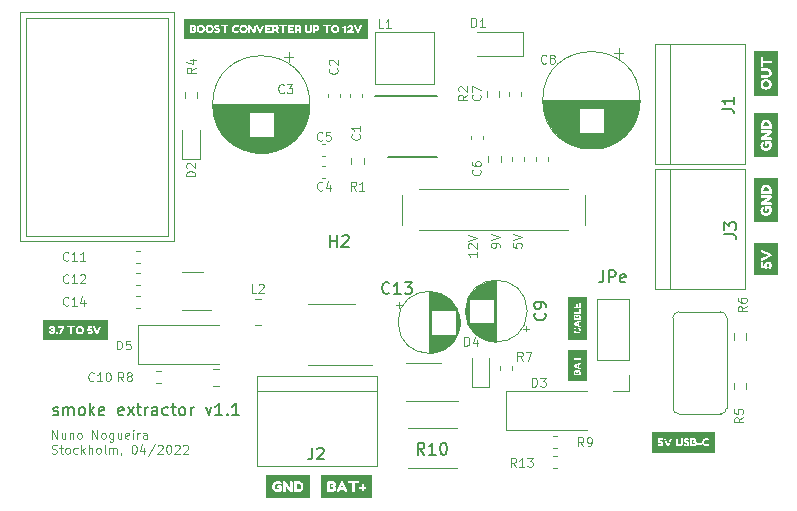
<source format=gbr>
%TF.GenerationSoftware,KiCad,Pcbnew,(5.1.6-0-10_14)*%
%TF.CreationDate,2022-04-17T17:35:50+02:00*%
%TF.ProjectId,smoke_extractor,736d6f6b-655f-4657-9874-726163746f72,rev?*%
%TF.SameCoordinates,Original*%
%TF.FileFunction,Legend,Top*%
%TF.FilePolarity,Positive*%
%FSLAX46Y46*%
G04 Gerber Fmt 4.6, Leading zero omitted, Abs format (unit mm)*
G04 Created by KiCad (PCBNEW (5.1.6-0-10_14)) date 2022-04-17 17:35:50*
%MOMM*%
%LPD*%
G01*
G04 APERTURE LIST*
%ADD10C,0.120000*%
%ADD11C,0.150000*%
%ADD12C,0.100000*%
G04 APERTURE END LIST*
D10*
X18556571Y-52216785D02*
X18556571Y-51466785D01*
X18985142Y-52216785D01*
X18985142Y-51466785D01*
X19663714Y-51716785D02*
X19663714Y-52216785D01*
X19342285Y-51716785D02*
X19342285Y-52109642D01*
X19378000Y-52181071D01*
X19449428Y-52216785D01*
X19556571Y-52216785D01*
X19628000Y-52181071D01*
X19663714Y-52145357D01*
X20020857Y-51716785D02*
X20020857Y-52216785D01*
X20020857Y-51788214D02*
X20056571Y-51752500D01*
X20128000Y-51716785D01*
X20235142Y-51716785D01*
X20306571Y-51752500D01*
X20342285Y-51823928D01*
X20342285Y-52216785D01*
X20806571Y-52216785D02*
X20735142Y-52181071D01*
X20699428Y-52145357D01*
X20663714Y-52073928D01*
X20663714Y-51859642D01*
X20699428Y-51788214D01*
X20735142Y-51752500D01*
X20806571Y-51716785D01*
X20913714Y-51716785D01*
X20985142Y-51752500D01*
X21020857Y-51788214D01*
X21056571Y-51859642D01*
X21056571Y-52073928D01*
X21020857Y-52145357D01*
X20985142Y-52181071D01*
X20913714Y-52216785D01*
X20806571Y-52216785D01*
X21949428Y-52216785D02*
X21949428Y-51466785D01*
X22378000Y-52216785D01*
X22378000Y-51466785D01*
X22842285Y-52216785D02*
X22770857Y-52181071D01*
X22735142Y-52145357D01*
X22699428Y-52073928D01*
X22699428Y-51859642D01*
X22735142Y-51788214D01*
X22770857Y-51752500D01*
X22842285Y-51716785D01*
X22949428Y-51716785D01*
X23020857Y-51752500D01*
X23056571Y-51788214D01*
X23092285Y-51859642D01*
X23092285Y-52073928D01*
X23056571Y-52145357D01*
X23020857Y-52181071D01*
X22949428Y-52216785D01*
X22842285Y-52216785D01*
X23735142Y-51716785D02*
X23735142Y-52323928D01*
X23699428Y-52395357D01*
X23663714Y-52431071D01*
X23592285Y-52466785D01*
X23485142Y-52466785D01*
X23413714Y-52431071D01*
X23735142Y-52181071D02*
X23663714Y-52216785D01*
X23520857Y-52216785D01*
X23449428Y-52181071D01*
X23413714Y-52145357D01*
X23378000Y-52073928D01*
X23378000Y-51859642D01*
X23413714Y-51788214D01*
X23449428Y-51752500D01*
X23520857Y-51716785D01*
X23663714Y-51716785D01*
X23735142Y-51752500D01*
X24413714Y-51716785D02*
X24413714Y-52216785D01*
X24092285Y-51716785D02*
X24092285Y-52109642D01*
X24128000Y-52181071D01*
X24199428Y-52216785D01*
X24306571Y-52216785D01*
X24378000Y-52181071D01*
X24413714Y-52145357D01*
X25056571Y-52181071D02*
X24985142Y-52216785D01*
X24842285Y-52216785D01*
X24770857Y-52181071D01*
X24735142Y-52109642D01*
X24735142Y-51823928D01*
X24770857Y-51752500D01*
X24842285Y-51716785D01*
X24985142Y-51716785D01*
X25056571Y-51752500D01*
X25092285Y-51823928D01*
X25092285Y-51895357D01*
X24735142Y-51966785D01*
X25413714Y-52216785D02*
X25413714Y-51716785D01*
X25413714Y-51466785D02*
X25378000Y-51502500D01*
X25413714Y-51538214D01*
X25449428Y-51502500D01*
X25413714Y-51466785D01*
X25413714Y-51538214D01*
X25770857Y-52216785D02*
X25770857Y-51716785D01*
X25770857Y-51859642D02*
X25806571Y-51788214D01*
X25842285Y-51752500D01*
X25913714Y-51716785D01*
X25985142Y-51716785D01*
X26556571Y-52216785D02*
X26556571Y-51823928D01*
X26520857Y-51752500D01*
X26449428Y-51716785D01*
X26306571Y-51716785D01*
X26235142Y-51752500D01*
X26556571Y-52181071D02*
X26485142Y-52216785D01*
X26306571Y-52216785D01*
X26235142Y-52181071D01*
X26199428Y-52109642D01*
X26199428Y-52038214D01*
X26235142Y-51966785D01*
X26306571Y-51931071D01*
X26485142Y-51931071D01*
X26556571Y-51895357D01*
X18520857Y-53426071D02*
X18628000Y-53461785D01*
X18806571Y-53461785D01*
X18878000Y-53426071D01*
X18913714Y-53390357D01*
X18949428Y-53318928D01*
X18949428Y-53247500D01*
X18913714Y-53176071D01*
X18878000Y-53140357D01*
X18806571Y-53104642D01*
X18663714Y-53068928D01*
X18592285Y-53033214D01*
X18556571Y-52997500D01*
X18520857Y-52926071D01*
X18520857Y-52854642D01*
X18556571Y-52783214D01*
X18592285Y-52747500D01*
X18663714Y-52711785D01*
X18842285Y-52711785D01*
X18949428Y-52747500D01*
X19163714Y-52961785D02*
X19449428Y-52961785D01*
X19270857Y-52711785D02*
X19270857Y-53354642D01*
X19306571Y-53426071D01*
X19378000Y-53461785D01*
X19449428Y-53461785D01*
X19806571Y-53461785D02*
X19735142Y-53426071D01*
X19699428Y-53390357D01*
X19663714Y-53318928D01*
X19663714Y-53104642D01*
X19699428Y-53033214D01*
X19735142Y-52997500D01*
X19806571Y-52961785D01*
X19913714Y-52961785D01*
X19985142Y-52997500D01*
X20020857Y-53033214D01*
X20056571Y-53104642D01*
X20056571Y-53318928D01*
X20020857Y-53390357D01*
X19985142Y-53426071D01*
X19913714Y-53461785D01*
X19806571Y-53461785D01*
X20699428Y-53426071D02*
X20628000Y-53461785D01*
X20485142Y-53461785D01*
X20413714Y-53426071D01*
X20378000Y-53390357D01*
X20342285Y-53318928D01*
X20342285Y-53104642D01*
X20378000Y-53033214D01*
X20413714Y-52997500D01*
X20485142Y-52961785D01*
X20628000Y-52961785D01*
X20699428Y-52997500D01*
X21020857Y-53461785D02*
X21020857Y-52711785D01*
X21092285Y-53176071D02*
X21306571Y-53461785D01*
X21306571Y-52961785D02*
X21020857Y-53247500D01*
X21628000Y-53461785D02*
X21628000Y-52711785D01*
X21949428Y-53461785D02*
X21949428Y-53068928D01*
X21913714Y-52997500D01*
X21842285Y-52961785D01*
X21735142Y-52961785D01*
X21663714Y-52997500D01*
X21628000Y-53033214D01*
X22413714Y-53461785D02*
X22342285Y-53426071D01*
X22306571Y-53390357D01*
X22270857Y-53318928D01*
X22270857Y-53104642D01*
X22306571Y-53033214D01*
X22342285Y-52997500D01*
X22413714Y-52961785D01*
X22520857Y-52961785D01*
X22592285Y-52997500D01*
X22628000Y-53033214D01*
X22663714Y-53104642D01*
X22663714Y-53318928D01*
X22628000Y-53390357D01*
X22592285Y-53426071D01*
X22520857Y-53461785D01*
X22413714Y-53461785D01*
X23092285Y-53461785D02*
X23020857Y-53426071D01*
X22985142Y-53354642D01*
X22985142Y-52711785D01*
X23378000Y-53461785D02*
X23378000Y-52961785D01*
X23378000Y-53033214D02*
X23413714Y-52997500D01*
X23485142Y-52961785D01*
X23592285Y-52961785D01*
X23663714Y-52997500D01*
X23699428Y-53068928D01*
X23699428Y-53461785D01*
X23699428Y-53068928D02*
X23735142Y-52997500D01*
X23806571Y-52961785D01*
X23913714Y-52961785D01*
X23985142Y-52997500D01*
X24020857Y-53068928D01*
X24020857Y-53461785D01*
X24413714Y-53426071D02*
X24413714Y-53461785D01*
X24378000Y-53533214D01*
X24342285Y-53568928D01*
X25449428Y-52711785D02*
X25520857Y-52711785D01*
X25592285Y-52747500D01*
X25628000Y-52783214D01*
X25663714Y-52854642D01*
X25699428Y-52997500D01*
X25699428Y-53176071D01*
X25663714Y-53318928D01*
X25628000Y-53390357D01*
X25592285Y-53426071D01*
X25520857Y-53461785D01*
X25449428Y-53461785D01*
X25378000Y-53426071D01*
X25342285Y-53390357D01*
X25306571Y-53318928D01*
X25270857Y-53176071D01*
X25270857Y-52997500D01*
X25306571Y-52854642D01*
X25342285Y-52783214D01*
X25378000Y-52747500D01*
X25449428Y-52711785D01*
X26342285Y-52961785D02*
X26342285Y-53461785D01*
X26163714Y-52676071D02*
X25985142Y-53211785D01*
X26449428Y-53211785D01*
X27270857Y-52676071D02*
X26628000Y-53640357D01*
X27485142Y-52783214D02*
X27520857Y-52747500D01*
X27592285Y-52711785D01*
X27770857Y-52711785D01*
X27842285Y-52747500D01*
X27878000Y-52783214D01*
X27913714Y-52854642D01*
X27913714Y-52926071D01*
X27878000Y-53033214D01*
X27449428Y-53461785D01*
X27913714Y-53461785D01*
X28378000Y-52711785D02*
X28449428Y-52711785D01*
X28520857Y-52747500D01*
X28556571Y-52783214D01*
X28592285Y-52854642D01*
X28628000Y-52997500D01*
X28628000Y-53176071D01*
X28592285Y-53318928D01*
X28556571Y-53390357D01*
X28520857Y-53426071D01*
X28449428Y-53461785D01*
X28378000Y-53461785D01*
X28306571Y-53426071D01*
X28270857Y-53390357D01*
X28235142Y-53318928D01*
X28199428Y-53176071D01*
X28199428Y-52997500D01*
X28235142Y-52854642D01*
X28270857Y-52783214D01*
X28306571Y-52747500D01*
X28378000Y-52711785D01*
X28913714Y-52783214D02*
X28949428Y-52747500D01*
X29020857Y-52711785D01*
X29199428Y-52711785D01*
X29270857Y-52747500D01*
X29306571Y-52783214D01*
X29342285Y-52854642D01*
X29342285Y-52926071D01*
X29306571Y-53033214D01*
X28878000Y-53461785D01*
X29342285Y-53461785D01*
X29628000Y-52783214D02*
X29663714Y-52747500D01*
X29735142Y-52711785D01*
X29913714Y-52711785D01*
X29985142Y-52747500D01*
X30020857Y-52783214D01*
X30056571Y-52854642D01*
X30056571Y-52926071D01*
X30020857Y-53033214D01*
X29592285Y-53461785D01*
X30056571Y-53461785D01*
D11*
X18642857Y-50154761D02*
X18738095Y-50202380D01*
X18928571Y-50202380D01*
X19023809Y-50154761D01*
X19071428Y-50059523D01*
X19071428Y-50011904D01*
X19023809Y-49916666D01*
X18928571Y-49869047D01*
X18785714Y-49869047D01*
X18690476Y-49821428D01*
X18642857Y-49726190D01*
X18642857Y-49678571D01*
X18690476Y-49583333D01*
X18785714Y-49535714D01*
X18928571Y-49535714D01*
X19023809Y-49583333D01*
X19500000Y-50202380D02*
X19500000Y-49535714D01*
X19500000Y-49630952D02*
X19547619Y-49583333D01*
X19642857Y-49535714D01*
X19785714Y-49535714D01*
X19880952Y-49583333D01*
X19928571Y-49678571D01*
X19928571Y-50202380D01*
X19928571Y-49678571D02*
X19976190Y-49583333D01*
X20071428Y-49535714D01*
X20214285Y-49535714D01*
X20309523Y-49583333D01*
X20357142Y-49678571D01*
X20357142Y-50202380D01*
X20976190Y-50202380D02*
X20880952Y-50154761D01*
X20833333Y-50107142D01*
X20785714Y-50011904D01*
X20785714Y-49726190D01*
X20833333Y-49630952D01*
X20880952Y-49583333D01*
X20976190Y-49535714D01*
X21119047Y-49535714D01*
X21214285Y-49583333D01*
X21261904Y-49630952D01*
X21309523Y-49726190D01*
X21309523Y-50011904D01*
X21261904Y-50107142D01*
X21214285Y-50154761D01*
X21119047Y-50202380D01*
X20976190Y-50202380D01*
X21738095Y-50202380D02*
X21738095Y-49202380D01*
X21833333Y-49821428D02*
X22119047Y-50202380D01*
X22119047Y-49535714D02*
X21738095Y-49916666D01*
X22928571Y-50154761D02*
X22833333Y-50202380D01*
X22642857Y-50202380D01*
X22547619Y-50154761D01*
X22500000Y-50059523D01*
X22500000Y-49678571D01*
X22547619Y-49583333D01*
X22642857Y-49535714D01*
X22833333Y-49535714D01*
X22928571Y-49583333D01*
X22976190Y-49678571D01*
X22976190Y-49773809D01*
X22500000Y-49869047D01*
X24547619Y-50154761D02*
X24452380Y-50202380D01*
X24261904Y-50202380D01*
X24166666Y-50154761D01*
X24119047Y-50059523D01*
X24119047Y-49678571D01*
X24166666Y-49583333D01*
X24261904Y-49535714D01*
X24452380Y-49535714D01*
X24547619Y-49583333D01*
X24595238Y-49678571D01*
X24595238Y-49773809D01*
X24119047Y-49869047D01*
X24928571Y-50202380D02*
X25452380Y-49535714D01*
X24928571Y-49535714D02*
X25452380Y-50202380D01*
X25690476Y-49535714D02*
X26071428Y-49535714D01*
X25833333Y-49202380D02*
X25833333Y-50059523D01*
X25880952Y-50154761D01*
X25976190Y-50202380D01*
X26071428Y-50202380D01*
X26404761Y-50202380D02*
X26404761Y-49535714D01*
X26404761Y-49726190D02*
X26452380Y-49630952D01*
X26500000Y-49583333D01*
X26595238Y-49535714D01*
X26690476Y-49535714D01*
X27452380Y-50202380D02*
X27452380Y-49678571D01*
X27404761Y-49583333D01*
X27309523Y-49535714D01*
X27119047Y-49535714D01*
X27023809Y-49583333D01*
X27452380Y-50154761D02*
X27357142Y-50202380D01*
X27119047Y-50202380D01*
X27023809Y-50154761D01*
X26976190Y-50059523D01*
X26976190Y-49964285D01*
X27023809Y-49869047D01*
X27119047Y-49821428D01*
X27357142Y-49821428D01*
X27452380Y-49773809D01*
X28357142Y-50154761D02*
X28261904Y-50202380D01*
X28071428Y-50202380D01*
X27976190Y-50154761D01*
X27928571Y-50107142D01*
X27880952Y-50011904D01*
X27880952Y-49726190D01*
X27928571Y-49630952D01*
X27976190Y-49583333D01*
X28071428Y-49535714D01*
X28261904Y-49535714D01*
X28357142Y-49583333D01*
X28642857Y-49535714D02*
X29023809Y-49535714D01*
X28785714Y-49202380D02*
X28785714Y-50059523D01*
X28833333Y-50154761D01*
X28928571Y-50202380D01*
X29023809Y-50202380D01*
X29500000Y-50202380D02*
X29404761Y-50154761D01*
X29357142Y-50107142D01*
X29309523Y-50011904D01*
X29309523Y-49726190D01*
X29357142Y-49630952D01*
X29404761Y-49583333D01*
X29500000Y-49535714D01*
X29642857Y-49535714D01*
X29738095Y-49583333D01*
X29785714Y-49630952D01*
X29833333Y-49726190D01*
X29833333Y-50011904D01*
X29785714Y-50107142D01*
X29738095Y-50154761D01*
X29642857Y-50202380D01*
X29500000Y-50202380D01*
X30261904Y-50202380D02*
X30261904Y-49535714D01*
X30261904Y-49726190D02*
X30309523Y-49630952D01*
X30357142Y-49583333D01*
X30452380Y-49535714D01*
X30547619Y-49535714D01*
X31547619Y-49535714D02*
X31785714Y-50202380D01*
X32023809Y-49535714D01*
X32928571Y-50202380D02*
X32357142Y-50202380D01*
X32642857Y-50202380D02*
X32642857Y-49202380D01*
X32547619Y-49345238D01*
X32452380Y-49440476D01*
X32357142Y-49488095D01*
X33357142Y-50107142D02*
X33404761Y-50154761D01*
X33357142Y-50202380D01*
X33309523Y-50154761D01*
X33357142Y-50107142D01*
X33357142Y-50202380D01*
X34357142Y-50202380D02*
X33785714Y-50202380D01*
X34071428Y-50202380D02*
X34071428Y-49202380D01*
X33976190Y-49345238D01*
X33880952Y-49440476D01*
X33785714Y-49488095D01*
D12*
%TO.C,kibuzzard-625C31CC*%
G36*
X62189714Y-43295797D02*
G01*
X62721394Y-43097007D01*
X62707106Y-43044884D01*
X62702344Y-42992584D01*
X62705221Y-42954980D01*
X62713853Y-42916781D01*
X62737269Y-42858441D01*
X62748381Y-42839391D01*
X62762669Y-42817166D01*
X62800372Y-42796528D01*
X62844425Y-42813197D01*
X62876572Y-42842566D01*
X62887287Y-42868759D01*
X62869825Y-42909241D01*
X62849584Y-42948134D01*
X62842837Y-42998141D01*
X62851767Y-43049338D01*
X62878556Y-43099741D01*
X62927769Y-43139428D01*
X62961602Y-43151334D01*
X62999603Y-43155303D01*
X63037604Y-43151334D01*
X63071438Y-43139428D01*
X63121444Y-43098947D01*
X63147638Y-43049536D01*
X63156369Y-42998141D01*
X63150019Y-42951706D01*
X63137319Y-42920353D01*
X63127000Y-42906066D01*
X63111125Y-42867966D01*
X63122238Y-42842367D01*
X63192088Y-42751284D01*
X62748381Y-42536972D01*
X62719012Y-42510381D01*
X62707900Y-42472678D01*
X62718219Y-42435372D01*
X62749175Y-42409178D01*
X63217488Y-42137716D01*
X62776956Y-42137716D01*
X62749175Y-42136525D01*
X62728537Y-42128984D01*
X62712464Y-42107950D01*
X62707106Y-42067072D01*
X62707106Y-41867047D01*
X62712751Y-41821009D01*
X62729684Y-41780264D01*
X62757906Y-41744809D01*
X62794595Y-41716146D01*
X62835870Y-41698948D01*
X62881731Y-41693216D01*
X62931936Y-41700756D01*
X62977775Y-41723378D01*
X63016316Y-41697361D01*
X63057856Y-41681750D01*
X63102394Y-41676547D01*
X63152444Y-41683294D01*
X63196762Y-41701418D01*
X63235347Y-41730919D01*
X63219075Y-41624953D01*
X62777750Y-41624953D01*
X62750366Y-41623762D01*
X62729331Y-41616222D01*
X62713258Y-41595187D01*
X62707900Y-41554309D01*
X62715242Y-41510058D01*
X62737269Y-41488428D01*
X62778544Y-41484459D01*
X63172244Y-41484459D01*
X63172244Y-41268559D01*
X63178197Y-41230459D01*
X63219075Y-41159022D01*
X62777750Y-41159022D01*
X62722584Y-41143941D01*
X62707900Y-41086791D01*
X62707900Y-40774053D01*
X62709091Y-40746669D01*
X62716631Y-40725634D01*
X62737666Y-40709561D01*
X62778544Y-40704203D01*
X62822597Y-40711545D01*
X62843631Y-40733572D01*
X62848394Y-40774847D01*
X62848394Y-41018528D01*
X62928562Y-41018528D01*
X62928562Y-40861366D01*
X62929753Y-40833981D01*
X62937294Y-40812947D01*
X62958328Y-40796873D01*
X62999206Y-40791516D01*
X63043259Y-40799056D01*
X63064294Y-40821678D01*
X63069056Y-40862953D01*
X63069056Y-41018528D01*
X63149225Y-41018528D01*
X63149225Y-40774053D01*
X63150416Y-40746669D01*
X63157956Y-40725634D01*
X63178991Y-40709561D01*
X63219869Y-40704203D01*
X63263922Y-40711545D01*
X63284956Y-40733572D01*
X63289719Y-40774847D01*
X63289719Y-41089172D01*
X63282178Y-41133225D01*
X63259556Y-41154259D01*
X63219075Y-41159022D01*
X63178197Y-41230459D01*
X63196850Y-41214584D01*
X63230584Y-41210616D01*
X63264319Y-41214584D01*
X63281781Y-41228078D01*
X63289719Y-41269353D01*
X63289719Y-41555103D01*
X63282178Y-41599156D01*
X63259556Y-41620191D01*
X63219075Y-41624953D01*
X63235347Y-41730919D01*
X63265113Y-41768622D01*
X63282972Y-41811352D01*
X63288925Y-41859109D01*
X63288925Y-42067866D01*
X63281384Y-42111919D01*
X63258763Y-42132953D01*
X63217488Y-42137716D01*
X62749175Y-42409178D01*
X63192088Y-42194866D01*
X63232569Y-42181372D01*
X63259755Y-42192881D01*
X63284163Y-42227409D01*
X63297656Y-42269875D01*
X63290513Y-42295275D01*
X63275431Y-42309563D01*
X63251619Y-42321866D01*
X63165894Y-42363141D01*
X63165894Y-42583009D01*
X63251619Y-42624284D01*
X63274638Y-42636588D01*
X63289322Y-42650875D01*
X63296863Y-42676275D01*
X63283369Y-42718741D01*
X63259556Y-42753269D01*
X63232569Y-42764778D01*
X63192088Y-42751284D01*
X63122238Y-42842367D01*
X63155575Y-42814784D01*
X63200025Y-42797322D01*
X63227806Y-42808038D01*
X63247650Y-42833041D01*
X63264319Y-42860425D01*
X63284956Y-42914003D01*
X63294481Y-42953790D01*
X63297656Y-42992188D01*
X63295176Y-43030089D01*
X63287734Y-43068388D01*
X63274439Y-43107480D01*
X63254397Y-43147763D01*
X63228402Y-43186557D01*
X63197247Y-43221184D01*
X63158750Y-43250851D01*
X63110728Y-43274763D01*
X63055662Y-43290538D01*
X62996031Y-43295797D01*
X62936996Y-43290638D01*
X62883716Y-43275159D01*
X62837678Y-43251645D01*
X62800372Y-43222375D01*
X62770110Y-43187946D01*
X62745206Y-43148953D01*
X62721394Y-43097007D01*
X62189714Y-43295797D01*
X62189714Y-43808427D01*
X63810286Y-43808427D01*
X63810286Y-43295797D01*
X63810286Y-40704203D01*
X63810286Y-40191573D01*
X62189714Y-40191573D01*
X62189714Y-40704203D01*
X62189714Y-43295797D01*
G37*
G36*
X63094456Y-41817041D02*
G01*
X63064294Y-41821406D01*
X63048419Y-41836091D01*
X63042069Y-41880541D01*
X63030956Y-41923403D01*
X62985316Y-41937691D01*
X62939675Y-41923006D01*
X62928562Y-41874191D01*
X62911894Y-41836091D01*
X62883319Y-41833709D01*
X62855537Y-41846806D01*
X62847600Y-41886097D01*
X62847600Y-41997222D01*
X63148431Y-41997222D01*
X63148431Y-41867047D01*
X63134938Y-41829542D01*
X63094456Y-41817041D01*
G37*
G36*
X62939675Y-42473472D02*
G01*
X63048419Y-42525859D01*
X63048419Y-42420291D01*
X62939675Y-42473472D01*
G37*
%TO.C,kibuzzard-625C31B6*%
G36*
X62192095Y-46828278D02*
G01*
X62704725Y-46557609D01*
X62710369Y-46511572D01*
X62727303Y-46470826D01*
X62755525Y-46435372D01*
X62792214Y-46406709D01*
X62833489Y-46389511D01*
X62879350Y-46383778D01*
X62929555Y-46391319D01*
X62975394Y-46413941D01*
X63013935Y-46387923D01*
X63189706Y-46321866D01*
X62746000Y-46107553D01*
X62716631Y-46080963D01*
X62705519Y-46043259D01*
X62715837Y-46005953D01*
X62746794Y-45979759D01*
X62704725Y-45670197D01*
X62704725Y-45228872D01*
X62710678Y-45191566D01*
X62729331Y-45175691D01*
X62762669Y-45171722D01*
X62795609Y-45175691D01*
X62812675Y-45189184D01*
X62819819Y-45229666D01*
X62819819Y-45381272D01*
X63219075Y-45381272D01*
X63246063Y-45382462D01*
X63266303Y-45389606D01*
X63282575Y-45410641D01*
X63287338Y-45450328D01*
X63282575Y-45489619D01*
X63266303Y-45510256D01*
X63245666Y-45517400D01*
X63218281Y-45518591D01*
X62819819Y-45518591D01*
X62819819Y-45670991D01*
X62813866Y-45708297D01*
X62795212Y-45724172D01*
X62761875Y-45728141D01*
X62728934Y-45724172D01*
X62711869Y-45710678D01*
X62704725Y-45670197D01*
X62746794Y-45979759D01*
X63189706Y-45765447D01*
X63230188Y-45751953D01*
X63257373Y-45763462D01*
X63281781Y-45797991D01*
X63295275Y-45840456D01*
X63288131Y-45865856D01*
X63273050Y-45880144D01*
X63249238Y-45892447D01*
X63163513Y-45933722D01*
X63163513Y-46153591D01*
X63249238Y-46194866D01*
X63272256Y-46207169D01*
X63286941Y-46221456D01*
X63294481Y-46246856D01*
X63280988Y-46289322D01*
X63257175Y-46323850D01*
X63230188Y-46335359D01*
X63189706Y-46321866D01*
X63013935Y-46387923D01*
X63055474Y-46372313D01*
X63100013Y-46367109D01*
X63150063Y-46373856D01*
X63194381Y-46391980D01*
X63232966Y-46421481D01*
X63262731Y-46459184D01*
X63280591Y-46501915D01*
X63286544Y-46549672D01*
X63286544Y-46758428D01*
X63279003Y-46802481D01*
X63256381Y-46823516D01*
X63215106Y-46828278D01*
X62774575Y-46828278D01*
X62746794Y-46827088D01*
X62726156Y-46819547D01*
X62710083Y-46798513D01*
X62704725Y-46757634D01*
X62704725Y-46557609D01*
X62192095Y-46828278D01*
X62192095Y-47340908D01*
X63807905Y-47340908D01*
X63807905Y-46828278D01*
X63807905Y-45171722D01*
X63807905Y-44659092D01*
X62192095Y-44659092D01*
X62192095Y-45171722D01*
X62192095Y-46828278D01*
G37*
G36*
X63092075Y-46507603D02*
G01*
X63061913Y-46511969D01*
X63046038Y-46526653D01*
X63039688Y-46571103D01*
X63028575Y-46613966D01*
X62982934Y-46628253D01*
X62937294Y-46613569D01*
X62926181Y-46564753D01*
X62909512Y-46526653D01*
X62880937Y-46524272D01*
X62853156Y-46537369D01*
X62845219Y-46576659D01*
X62845219Y-46687784D01*
X63146050Y-46687784D01*
X63146050Y-46557609D01*
X63132556Y-46520105D01*
X63092075Y-46507603D01*
G37*
G36*
X62937294Y-46044053D02*
G01*
X63046038Y-46096441D01*
X63046038Y-45990872D01*
X62937294Y-46044053D01*
G37*
%TO.C,kibuzzard-625C3168*%
G36*
X18265911Y-42126372D02*
G01*
X18529754Y-42639002D01*
X18602355Y-42646411D01*
X18663950Y-42668636D01*
X18714539Y-42705677D01*
X18752110Y-42751980D01*
X18774652Y-42801986D01*
X18782166Y-42855696D01*
X18773911Y-42906126D01*
X18749146Y-42946290D01*
X18707871Y-42976187D01*
X18707871Y-42982855D01*
X18735970Y-43003334D01*
X18765974Y-43034290D01*
X18789548Y-43077152D01*
X18797406Y-43125730D01*
X19362239Y-42819025D01*
X19145069Y-42819025D01*
X19089824Y-42809500D01*
X19066964Y-42781877D01*
X19061249Y-42734252D01*
X19066964Y-42686627D01*
X19085061Y-42661862D01*
X19140306Y-42650432D01*
X19483206Y-42650432D01*
X19536070Y-42659481D01*
X19561311Y-42686627D01*
X19567026Y-42739967D01*
X19560835Y-42782711D01*
X19542261Y-42834741D01*
X19514996Y-42891058D01*
X19482730Y-42946660D01*
X19836584Y-42717107D01*
X19841346Y-42677579D01*
X19857539Y-42657100D01*
X19906116Y-42648527D01*
X20435706Y-42648527D01*
X20480474Y-42655671D01*
X20499524Y-42678055D01*
X20504286Y-42718060D01*
X20756699Y-42667577D01*
X20819564Y-42647575D01*
X20884334Y-42640907D01*
X20952497Y-42647277D01*
X21016017Y-42666387D01*
X21074893Y-42698236D01*
X21646334Y-42647575D01*
X21791114Y-42648527D01*
X21880649Y-42648527D01*
X21913986Y-42649956D01*
X21938751Y-42659005D01*
X21958039Y-42684722D01*
X21964469Y-42735205D01*
X22031144Y-42766637D01*
X22016856Y-42720917D01*
X22030906Y-42689009D01*
X22073054Y-42659957D01*
X22121155Y-42643765D01*
X22146396Y-42647575D01*
X22162589Y-42660910D01*
X22178305Y-42686151D01*
X22191045Y-42712821D01*
X22214976Y-42765209D01*
X22245575Y-42832479D01*
X22278318Y-42903797D01*
X22311179Y-42975116D01*
X22342135Y-43042386D01*
X22365590Y-43093226D01*
X22375949Y-43115252D01*
X22566449Y-42698057D01*
X22579784Y-42669482D01*
X22621694Y-42643765D01*
X22677891Y-42659957D01*
X22720039Y-42689009D01*
X22734089Y-42720917D01*
X22719801Y-42766637D01*
X22456911Y-43300037D01*
X22425003Y-43333851D01*
X22380711Y-43346710D01*
X22371186Y-43346710D01*
X22325943Y-43333851D01*
X22294034Y-43300037D01*
X22031144Y-42766637D01*
X21964469Y-42735205D01*
X21958516Y-42781163D01*
X21940656Y-42804737D01*
X21917320Y-42813786D01*
X21886364Y-42815215D01*
X21719676Y-42815215D01*
X21710151Y-42887605D01*
X21743489Y-42885700D01*
X21801803Y-42893267D01*
X21856095Y-42915968D01*
X21906366Y-42953804D01*
X21946583Y-43002593D01*
X21970713Y-43058155D01*
X21978756Y-43120491D01*
X21971136Y-43183145D01*
X21948276Y-43239660D01*
X21910176Y-43290036D01*
X21860752Y-43329459D01*
X21803920Y-43353113D01*
X21739679Y-43360997D01*
X21682529Y-43356023D01*
X21629189Y-43341101D01*
X21579659Y-43316230D01*
X21555846Y-43298132D01*
X21548226Y-43291465D01*
X21512031Y-43234315D01*
X21547274Y-43172402D01*
X21602519Y-43140970D01*
X21666336Y-43171450D01*
X21725868Y-43191452D01*
X21788733Y-43173355D01*
X21809211Y-43123349D01*
X21786828Y-43072866D01*
X21735869Y-43054292D01*
X21690149Y-43071437D01*
X21638238Y-43093345D01*
X21578230Y-43075247D01*
X21533939Y-43046196D01*
X21523461Y-43022860D01*
X21528224Y-42978331D01*
X21542511Y-42869507D01*
X21557037Y-42762351D01*
X21562514Y-42722822D01*
X21569181Y-42702820D01*
X21582993Y-42677102D01*
X21607758Y-42656624D01*
X21646334Y-42647575D01*
X21074893Y-42698236D01*
X21129126Y-42742825D01*
X21174549Y-42796850D01*
X21206993Y-42857006D01*
X21226460Y-42923294D01*
X21232949Y-42995714D01*
X21226758Y-43068401D01*
X21208184Y-43135493D01*
X21177228Y-43196989D01*
X21133889Y-43252889D01*
X21081501Y-43299353D01*
X21023399Y-43332542D01*
X20959581Y-43352455D01*
X20890049Y-43359092D01*
X20820367Y-43352544D01*
X20756103Y-43332899D01*
X20697257Y-43300157D01*
X20643828Y-43254317D01*
X20599447Y-43199430D01*
X20567747Y-43139541D01*
X20548726Y-43074652D01*
X20542386Y-43004762D01*
X20549530Y-42928205D01*
X20570961Y-42856649D01*
X20604299Y-42793188D01*
X20647161Y-42740920D01*
X20698358Y-42699248D01*
X20756699Y-42667577D01*
X20504286Y-42718060D01*
X20499524Y-42757589D01*
X20483331Y-42778067D01*
X20434754Y-42786640D01*
X20252826Y-42786640D01*
X20252826Y-43265747D01*
X20251397Y-43298132D01*
X20242825Y-43322421D01*
X20217584Y-43341947D01*
X20169959Y-43347662D01*
X20122810Y-43341947D01*
X20098045Y-43322421D01*
X20089472Y-43297656D01*
X20088044Y-43264795D01*
X20088044Y-42786640D01*
X19905164Y-42786640D01*
X19860396Y-42779496D01*
X19841346Y-42757112D01*
X19836584Y-42717107D01*
X19482730Y-42946660D01*
X19447845Y-43002143D01*
X19412721Y-43058102D01*
X19376050Y-43122872D01*
X19349856Y-43180975D01*
X19334140Y-43232410D01*
X19328901Y-43277177D01*
X19326996Y-43308134D01*
X19317471Y-43329089D01*
X19292230Y-43343852D01*
X19244129Y-43347662D01*
X19196027Y-43343852D01*
X19170786Y-43328612D01*
X19161737Y-43307181D01*
X19160309Y-43275272D01*
X19165547Y-43212527D01*
X19181264Y-43148114D01*
X19204362Y-43086320D01*
X19231746Y-43031432D01*
X19261274Y-42982022D01*
X19290801Y-42936659D01*
X19318186Y-42896416D01*
X19341284Y-42862364D01*
X19362239Y-42819025D01*
X18797406Y-43125730D01*
X18788940Y-43189706D01*
X18763540Y-43245745D01*
X18721206Y-43293846D01*
X18666067Y-43330623D01*
X18602250Y-43352690D01*
X18529754Y-43360045D01*
X18457787Y-43352637D01*
X18394287Y-43330412D01*
X18339254Y-43293370D01*
X18312346Y-43263604D01*
X18288771Y-43225742D01*
X18278294Y-43200977D01*
X18276389Y-43191452D01*
X18265911Y-43140017D01*
X18289247Y-43098584D01*
X18359256Y-43084772D01*
X18409739Y-43094297D01*
X18438314Y-43143827D01*
X18490701Y-43189547D01*
X18530706Y-43195262D01*
X18574521Y-43190143D01*
X18605001Y-43174784D01*
X18628814Y-43128587D01*
X18605477Y-43083344D01*
X18550232Y-43063817D01*
X18506894Y-43061912D01*
X18482129Y-43052387D01*
X18462841Y-43027861D01*
X18456411Y-42979045D01*
X18465222Y-42925943D01*
X18491654Y-42899987D01*
X18541184Y-42895225D01*
X18595476Y-42885938D01*
X18613574Y-42858077D01*
X18594524Y-42819977D01*
X18541660Y-42801880D01*
X18487844Y-42813310D01*
X18463079Y-42836170D01*
X18457364Y-42847600D01*
X18430694Y-42883319D01*
X18394499Y-42895225D01*
X18342111Y-42878080D01*
X18306392Y-42848314D01*
X18294486Y-42814262D01*
X18316394Y-42749492D01*
X18337349Y-42719489D01*
X18376877Y-42681865D01*
X18439742Y-42652337D01*
X18482486Y-42642336D01*
X18529754Y-42639002D01*
X18265911Y-42126372D01*
X17753281Y-42126372D01*
X17753281Y-43873628D01*
X18863605Y-43330517D01*
X18845031Y-43261937D01*
X18845031Y-43258127D01*
X18846460Y-43224790D01*
X18855509Y-43199072D01*
X18880631Y-43177641D01*
X18927422Y-43170497D01*
X18976119Y-43175498D01*
X19006956Y-43190500D01*
X19023149Y-43257175D01*
X19023149Y-43260985D01*
X19021720Y-43294799D01*
X19011719Y-43320992D01*
X18986597Y-43341709D01*
X18939805Y-43348615D01*
X18891942Y-43344091D01*
X18863605Y-43330517D01*
X17753281Y-43873628D01*
X18265911Y-43873628D01*
X22734089Y-43873628D01*
X23246719Y-43873628D01*
X23246719Y-42126372D01*
X22734089Y-42126372D01*
X18265911Y-42126372D01*
G37*
G36*
X20710979Y-43000000D02*
G01*
X20717064Y-43052970D01*
X20735320Y-43098848D01*
X20765748Y-43137636D01*
X20823731Y-43177284D01*
X20888144Y-43190500D01*
X20952438Y-43177641D01*
X21010064Y-43139065D01*
X21040226Y-43100859D01*
X21058324Y-43054822D01*
X21064356Y-43000952D01*
X21058271Y-42946977D01*
X21040015Y-42900622D01*
X21009588Y-42861887D01*
X20951604Y-42822597D01*
X20887191Y-42809500D01*
X20822898Y-42822716D01*
X20765271Y-42862364D01*
X20735109Y-42901152D01*
X20717011Y-42947030D01*
X20710979Y-43000000D01*
G37*
%TO.C,kibuzzard-625C3140*%
G36*
X30186705Y-16626849D02*
G01*
X30271477Y-17149956D01*
X30511507Y-17149956D01*
X30566752Y-17156730D01*
X30615647Y-17177050D01*
X30658192Y-17210916D01*
X30692588Y-17254943D01*
X30713226Y-17304473D01*
X30720105Y-17359506D01*
X30711056Y-17419752D01*
X30683910Y-17474759D01*
X30794876Y-17429634D01*
X30816307Y-17358077D01*
X30849645Y-17294617D01*
X30892507Y-17242349D01*
X30943704Y-17200677D01*
X31002045Y-17169006D01*
X31064910Y-17149004D01*
X31129680Y-17142336D01*
X31197843Y-17148706D01*
X31261363Y-17167816D01*
X31320240Y-17199665D01*
X31374472Y-17244254D01*
X31419895Y-17298278D01*
X31452339Y-17358435D01*
X31587832Y-17294617D01*
X31630695Y-17242349D01*
X31681892Y-17200677D01*
X31740232Y-17169006D01*
X31803097Y-17149004D01*
X31867867Y-17142336D01*
X31936031Y-17148706D01*
X31999551Y-17167816D01*
X32058427Y-17199665D01*
X32112660Y-17244254D01*
X32158082Y-17298278D01*
X32190527Y-17358435D01*
X32209994Y-17424723D01*
X32216482Y-17497142D01*
X32210291Y-17569830D01*
X32191717Y-17636922D01*
X32160761Y-17698418D01*
X32117422Y-17754317D01*
X32065035Y-17800782D01*
X32288872Y-17750984D01*
X32264107Y-17696215D01*
X32274347Y-17667997D01*
X32305065Y-17631921D01*
X32355547Y-17609061D01*
X32387456Y-17620967D01*
X32429842Y-17656686D01*
X32467942Y-17687642D01*
X32513662Y-17702406D01*
X32562875Y-17694363D01*
X32592402Y-17670233D01*
X32602245Y-17630016D01*
X32577956Y-17593345D01*
X32517472Y-17571914D01*
X32479849Y-17563222D01*
X32439367Y-17550482D01*
X32398886Y-17534409D01*
X32361262Y-17515716D01*
X32328044Y-17489880D01*
X32300779Y-17452375D01*
X32282562Y-17404631D01*
X32276490Y-17348076D01*
X32283422Y-17294577D01*
X32304218Y-17245841D01*
X32338879Y-17201867D01*
X32385498Y-17167207D01*
X32442172Y-17146411D01*
X32508900Y-17139479D01*
X32563550Y-17143170D01*
X32613199Y-17154242D01*
X32678445Y-17184246D01*
X32702257Y-17202344D01*
X32814652Y-17179007D01*
X32830845Y-17158529D01*
X32879422Y-17149956D01*
X33409012Y-17149956D01*
X33453780Y-17157100D01*
X33472830Y-17179484D01*
X33477592Y-17219489D01*
X33472830Y-17259017D01*
X33456638Y-17279496D01*
X33408060Y-17288069D01*
X33226132Y-17288069D01*
X33226132Y-17767176D01*
X33224704Y-17799561D01*
X33846210Y-17738125D01*
X33810610Y-17691929D01*
X33781916Y-17634302D01*
X33762985Y-17568223D01*
X33756675Y-17496666D01*
X33762866Y-17425824D01*
X33781440Y-17361887D01*
X33809658Y-17306642D01*
X33844781Y-17261875D01*
X33886096Y-17225561D01*
X33932887Y-17195676D01*
X33995223Y-17167101D01*
X34057771Y-17149956D01*
X34120530Y-17144241D01*
X34165655Y-17147694D01*
X34211494Y-17158052D01*
X34281502Y-17186151D01*
X34745370Y-17142336D01*
X34813533Y-17148706D01*
X34877053Y-17167816D01*
X34935930Y-17199665D01*
X35155897Y-17232824D01*
X35164946Y-17179960D01*
X35192092Y-17157576D01*
X35238765Y-17151861D01*
X35284009Y-17157100D01*
X35307345Y-17169006D01*
X35329252Y-17193771D01*
X35392541Y-17279734D01*
X35448421Y-17355379D01*
X35496892Y-17420704D01*
X35537956Y-17475711D01*
X35571611Y-17520399D01*
X35597857Y-17554769D01*
X35597857Y-17232824D01*
X35606906Y-17179960D01*
X35634052Y-17157576D01*
X35679296Y-17151861D01*
X35723111Y-17156624D01*
X35747876Y-17168054D01*
X35759782Y-17188056D01*
X35765497Y-17236634D01*
X35832172Y-17268066D01*
X35817885Y-17222346D01*
X35831934Y-17190437D01*
X35874082Y-17161386D01*
X35922184Y-17145194D01*
X35947425Y-17149004D01*
X35963617Y-17162339D01*
X35979334Y-17187580D01*
X35992073Y-17214250D01*
X36016005Y-17266637D01*
X36046604Y-17333908D01*
X36079346Y-17405226D01*
X36112207Y-17476545D01*
X36143164Y-17543815D01*
X36166619Y-17594655D01*
X36176977Y-17616681D01*
X36367477Y-17199486D01*
X36380812Y-17170911D01*
X36422722Y-17145194D01*
X36478920Y-17161386D01*
X36521068Y-17190437D01*
X36535117Y-17222346D01*
X36520830Y-17268066D01*
X36587505Y-17764319D01*
X36587505Y-17234729D01*
X36605602Y-17168530D01*
X36674182Y-17150909D01*
X37049467Y-17150909D01*
X37082329Y-17152337D01*
X37107570Y-17161386D01*
X37126858Y-17186627D01*
X37133287Y-17235681D01*
X37124477Y-17288545D01*
X37098045Y-17313786D01*
X37048515Y-17319501D01*
X36756097Y-17319501D01*
X36756097Y-17415704D01*
X36944692Y-17415704D01*
X36977554Y-17417132D01*
X37002795Y-17426181D01*
X37022083Y-17451422D01*
X37028512Y-17500476D01*
X37019464Y-17553340D01*
X36992317Y-17578581D01*
X36942787Y-17584296D01*
X36756097Y-17584296D01*
X36756097Y-17680499D01*
X37049467Y-17680499D01*
X37082329Y-17681927D01*
X37107570Y-17690976D01*
X37126858Y-17716217D01*
X37133287Y-17765271D01*
X37195200Y-17763366D01*
X37195200Y-17234729D01*
X37196629Y-17201867D01*
X37205677Y-17176626D01*
X37230919Y-17157338D01*
X37279972Y-17150909D01*
X37485712Y-17150909D01*
X37541063Y-17157682D01*
X37595356Y-17178002D01*
X37648590Y-17211869D01*
X37683356Y-17246635D01*
X37711455Y-17291879D01*
X37730029Y-17345219D01*
X37736220Y-17404274D01*
X37728283Y-17471795D01*
X37704470Y-17530850D01*
X37664783Y-17581439D01*
X37681293Y-17620491D01*
X37702883Y-17670339D01*
X37729553Y-17730981D01*
X37743840Y-17780511D01*
X37729076Y-17813849D01*
X37684785Y-17841471D01*
X37635731Y-17854806D01*
X37605251Y-17845757D01*
X37587630Y-17827184D01*
X37575142Y-17799985D01*
X37550377Y-17742517D01*
X37513335Y-17654781D01*
X37483808Y-17656686D01*
X37363792Y-17656686D01*
X37363792Y-17764319D01*
X37362364Y-17797180D01*
X37353315Y-17822421D01*
X37328074Y-17841709D01*
X37279020Y-17848139D01*
X37226156Y-17839328D01*
X37200915Y-17812896D01*
X37195200Y-17763366D01*
X37133287Y-17765271D01*
X37124477Y-17818135D01*
X37098045Y-17843376D01*
X37048515Y-17849091D01*
X36671325Y-17849091D01*
X36618461Y-17840042D01*
X36593220Y-17812896D01*
X36587505Y-17764319D01*
X36520830Y-17268066D01*
X36257940Y-17801466D01*
X36226031Y-17835280D01*
X36181740Y-17848139D01*
X36172215Y-17848139D01*
X36126971Y-17835280D01*
X36095062Y-17801466D01*
X35832172Y-17268066D01*
X35765497Y-17236634D01*
X35765497Y-17765271D01*
X35764069Y-17798609D01*
X35755020Y-17823374D01*
X35729779Y-17842662D01*
X35680725Y-17849091D01*
X35629290Y-17843376D01*
X35605477Y-17825279D01*
X35538115Y-17735532D01*
X35478901Y-17656792D01*
X35427836Y-17589059D01*
X35384921Y-17532332D01*
X35350155Y-17486612D01*
X35323537Y-17451899D01*
X35323537Y-17765271D01*
X35322109Y-17798609D01*
X35313060Y-17823374D01*
X35287819Y-17842662D01*
X35238765Y-17849091D01*
X35191140Y-17842662D01*
X35166375Y-17823374D01*
X35157326Y-17797656D01*
X35155897Y-17764319D01*
X35155897Y-17232824D01*
X34935930Y-17199665D01*
X34990162Y-17244254D01*
X35035585Y-17298278D01*
X35068029Y-17358435D01*
X35087496Y-17424723D01*
X35093985Y-17497142D01*
X35087794Y-17569830D01*
X35069220Y-17636922D01*
X35038264Y-17698418D01*
X34994925Y-17754317D01*
X34942537Y-17800782D01*
X34884435Y-17833970D01*
X34820617Y-17853884D01*
X34751085Y-17860521D01*
X34681404Y-17853973D01*
X34617140Y-17834327D01*
X34558293Y-17801585D01*
X34504864Y-17755746D01*
X34460483Y-17700858D01*
X34428783Y-17640970D01*
X34409763Y-17576081D01*
X34403422Y-17506191D01*
X34410566Y-17429634D01*
X34431997Y-17358077D01*
X34465335Y-17294617D01*
X34508197Y-17242349D01*
X34559394Y-17200677D01*
X34617735Y-17169006D01*
X34680600Y-17149004D01*
X34745370Y-17142336D01*
X34281502Y-17186151D01*
X34304362Y-17199486D01*
X34331032Y-17216631D01*
X34355797Y-17261875D01*
X34335795Y-17314739D01*
X34300552Y-17353315D01*
X34269120Y-17366174D01*
X34220542Y-17345219D01*
X34173870Y-17320930D01*
X34113862Y-17312834D01*
X34052426Y-17323549D01*
X33991942Y-17355696D01*
X33944317Y-17414751D01*
X33930030Y-17455352D01*
X33925267Y-17500952D01*
X33930030Y-17546553D01*
X33944317Y-17587154D01*
X33992895Y-17647161D01*
X34052188Y-17678594D01*
X34113862Y-17689071D01*
X34169584Y-17681451D01*
X34207207Y-17666211D01*
X34224352Y-17653829D01*
X34270072Y-17634779D01*
X34300791Y-17648114D01*
X34333890Y-17688119D01*
X34354845Y-17741459D01*
X34341986Y-17774796D01*
X34311982Y-17798609D01*
X34279121Y-17818611D01*
X34214827Y-17843376D01*
X34167083Y-17854806D01*
X34121006Y-17858616D01*
X34075524Y-17855640D01*
X34029566Y-17846710D01*
X33982656Y-17830756D01*
X33934316Y-17806705D01*
X33887763Y-17775511D01*
X33846210Y-17738125D01*
X33224704Y-17799561D01*
X33216131Y-17823850D01*
X33190890Y-17843376D01*
X33143265Y-17849091D01*
X33096116Y-17843376D01*
X33071351Y-17823850D01*
X33062779Y-17799085D01*
X33061350Y-17766224D01*
X33061350Y-17288069D01*
X32878470Y-17288069D01*
X32833702Y-17280925D01*
X32814652Y-17258541D01*
X32809890Y-17218536D01*
X32814652Y-17179007D01*
X32702257Y-17202344D01*
X32731785Y-17249016D01*
X32708925Y-17301404D01*
X32676064Y-17337122D01*
X32642250Y-17349029D01*
X32592720Y-17329979D01*
X32581766Y-17320454D01*
X32567002Y-17308071D01*
X32516044Y-17295689D01*
X32464609Y-17310452D01*
X32444130Y-17351410D01*
X32468419Y-17393796D01*
X32528902Y-17415704D01*
X32566764Y-17422967D01*
X32607960Y-17433325D01*
X32649156Y-17446541D01*
X32687017Y-17462376D01*
X32720236Y-17485832D01*
X32747501Y-17521907D01*
X32765718Y-17569175D01*
X32771790Y-17626206D01*
X32765599Y-17684428D01*
X32747025Y-17735267D01*
X32718450Y-17777058D01*
X32682255Y-17808134D01*
X32629656Y-17836180D01*
X32574728Y-17853007D01*
X32517472Y-17858616D01*
X32473896Y-17855878D01*
X32432700Y-17847662D01*
X32367930Y-17820516D01*
X32325067Y-17790512D01*
X32297445Y-17761461D01*
X32288872Y-17750984D01*
X32065035Y-17800782D01*
X32006932Y-17833970D01*
X31943115Y-17853884D01*
X31873582Y-17860521D01*
X31803901Y-17853973D01*
X31739637Y-17834327D01*
X31680791Y-17801585D01*
X31627361Y-17755746D01*
X31582981Y-17700858D01*
X31551280Y-17640970D01*
X31532260Y-17576081D01*
X31525920Y-17506191D01*
X31533064Y-17429634D01*
X31554495Y-17358077D01*
X31587832Y-17294617D01*
X31452339Y-17358435D01*
X31471806Y-17424723D01*
X31478295Y-17497142D01*
X31472104Y-17569830D01*
X31453530Y-17636922D01*
X31422574Y-17698418D01*
X31379235Y-17754317D01*
X31326847Y-17800782D01*
X31268745Y-17833970D01*
X31204927Y-17853884D01*
X31135395Y-17860521D01*
X31065714Y-17853973D01*
X31001450Y-17834327D01*
X30942603Y-17801585D01*
X30889174Y-17755746D01*
X30844793Y-17700858D01*
X30813093Y-17640970D01*
X30794073Y-17576081D01*
X30787732Y-17506191D01*
X30794876Y-17429634D01*
X30683910Y-17474759D01*
X30715131Y-17521008D01*
X30733863Y-17570855D01*
X30740107Y-17624301D01*
X30732011Y-17684362D01*
X30710262Y-17737543D01*
X30674861Y-17783845D01*
X30629617Y-17819564D01*
X30578341Y-17840995D01*
X30521032Y-17848139D01*
X30270525Y-17848139D01*
X30217661Y-17839090D01*
X30192420Y-17811944D01*
X30186705Y-17762414D01*
X30186705Y-17233776D01*
X30188134Y-17200439D01*
X30197182Y-17175674D01*
X30222424Y-17156386D01*
X30271477Y-17149956D01*
X30186705Y-16626849D01*
X29674075Y-16626849D01*
X29674075Y-18373151D01*
X30186705Y-18373151D01*
X44813295Y-18373151D01*
X44799008Y-17268066D01*
X44536118Y-17801466D01*
X44504209Y-17835280D01*
X44459918Y-17848139D01*
X44450393Y-17848139D01*
X44405149Y-17835280D01*
X44373240Y-17801466D01*
X44110350Y-17268066D01*
X44096063Y-17222346D01*
X44110112Y-17190437D01*
X44152260Y-17161386D01*
X44200361Y-17145194D01*
X44225603Y-17149004D01*
X44241795Y-17162339D01*
X44257511Y-17187580D01*
X44270251Y-17214250D01*
X44294183Y-17266637D01*
X44324782Y-17333908D01*
X44357524Y-17405226D01*
X44390385Y-17476545D01*
X44421341Y-17543815D01*
X44444797Y-17594655D01*
X44455155Y-17616681D01*
X44645655Y-17199486D01*
X44658990Y-17170911D01*
X44700900Y-17145194D01*
X44757098Y-17161386D01*
X44799246Y-17190437D01*
X44813295Y-17222346D01*
X44799008Y-17268066D01*
X44813295Y-18373151D01*
X45325925Y-18373151D01*
X45325925Y-16626849D01*
X37841948Y-17149956D01*
X38371538Y-17149956D01*
X42500625Y-17142336D01*
X42568788Y-17148706D01*
X43321680Y-17174721D01*
X43375496Y-17149956D01*
X43420740Y-17154719D01*
X43445505Y-17165672D01*
X43458840Y-17186151D01*
X43463603Y-17236634D01*
X43533400Y-17332889D01*
X43557053Y-17273675D01*
X43596476Y-17219012D01*
X43648652Y-17175356D01*
X43710565Y-17149162D01*
X43782214Y-17140431D01*
X43853916Y-17149268D01*
X43915987Y-17175780D01*
X43968428Y-17219965D01*
X44008115Y-17275475D01*
X44031928Y-17335958D01*
X44039865Y-17401416D01*
X44033912Y-17454280D01*
X44016053Y-17504286D01*
X43989859Y-17548101D01*
X43958903Y-17582391D01*
X43892228Y-17635017D01*
X43833173Y-17667164D01*
X43809360Y-17676689D01*
X43809360Y-17681451D01*
X43983668Y-17681451D01*
X44039389Y-17690500D01*
X44061773Y-17718122D01*
X44067488Y-17766700D01*
X44061296Y-17814801D01*
X44040818Y-17839566D01*
X43981763Y-17850996D01*
X43609335Y-17850996D01*
X43550280Y-17825279D01*
X43525515Y-17765271D01*
X43534445Y-17715860D01*
X43561234Y-17670497D01*
X43600643Y-17630254D01*
X43647435Y-17596202D01*
X43697918Y-17565484D01*
X43748400Y-17535242D01*
X43795192Y-17503215D01*
X43834601Y-17467139D01*
X43861390Y-17427848D01*
X43870320Y-17386176D01*
X43863653Y-17361887D01*
X43848889Y-17336170D01*
X43823648Y-17317596D01*
X43776023Y-17309024D01*
X43723159Y-17331407D01*
X43697918Y-17375699D01*
X43694108Y-17397606D01*
X43694108Y-17403321D01*
X43692679Y-17434754D01*
X43683630Y-17458566D01*
X43657913Y-17475711D01*
X43609335Y-17481426D01*
X43556233Y-17472377D01*
X43530278Y-17445231D01*
X43525515Y-17396654D01*
X43533400Y-17332889D01*
X43463603Y-17236634D01*
X43463603Y-17767176D01*
X43462174Y-17800037D01*
X43453125Y-17825279D01*
X43427884Y-17844567D01*
X43378830Y-17850996D01*
X43330967Y-17844805D01*
X43305488Y-17826231D01*
X43296439Y-17800037D01*
X43295010Y-17765271D01*
X43295010Y-17425229D01*
X43282628Y-17436659D01*
X43215953Y-17466186D01*
X43158326Y-17432849D01*
X43128323Y-17373794D01*
X43162613Y-17317596D01*
X43318823Y-17176626D01*
X43321680Y-17174721D01*
X42568788Y-17148706D01*
X42632308Y-17167816D01*
X42691185Y-17199665D01*
X42745418Y-17244254D01*
X42790840Y-17298278D01*
X42823284Y-17358435D01*
X42842751Y-17424723D01*
X42849240Y-17497142D01*
X42843049Y-17569830D01*
X42824475Y-17636922D01*
X42793519Y-17698418D01*
X42750180Y-17754317D01*
X42697793Y-17800782D01*
X42639690Y-17833970D01*
X42575873Y-17853884D01*
X42506340Y-17860521D01*
X42436659Y-17853973D01*
X42372395Y-17834327D01*
X42313548Y-17801585D01*
X42260119Y-17755746D01*
X42215738Y-17700858D01*
X42184038Y-17640970D01*
X42165018Y-17576081D01*
X42158678Y-17506191D01*
X42165821Y-17429634D01*
X42187253Y-17358077D01*
X42220590Y-17294617D01*
X42263453Y-17242349D01*
X42314649Y-17200677D01*
X42372990Y-17169006D01*
X42435855Y-17149004D01*
X42500625Y-17142336D01*
X38371538Y-17149956D01*
X38416305Y-17157100D01*
X38435355Y-17179484D01*
X38440118Y-17219489D01*
X38435355Y-17259017D01*
X38419163Y-17279496D01*
X38370585Y-17288069D01*
X38188658Y-17288069D01*
X38492505Y-17764319D01*
X38492505Y-17234729D01*
X38510603Y-17168530D01*
X38579183Y-17150909D01*
X38954468Y-17150909D01*
X38987329Y-17152337D01*
X39012570Y-17161386D01*
X39031858Y-17186627D01*
X39038288Y-17235681D01*
X39029477Y-17288545D01*
X39003045Y-17313786D01*
X38953515Y-17319501D01*
X38661098Y-17319501D01*
X38661098Y-17415704D01*
X38849693Y-17415704D01*
X38882554Y-17417132D01*
X38907795Y-17426181D01*
X38927083Y-17451422D01*
X38933513Y-17500476D01*
X38924464Y-17553340D01*
X38897318Y-17578581D01*
X38847788Y-17584296D01*
X38661098Y-17584296D01*
X38661098Y-17680499D01*
X38954468Y-17680499D01*
X38987329Y-17681927D01*
X39012570Y-17690976D01*
X39031858Y-17716217D01*
X39038288Y-17765271D01*
X39100200Y-17763366D01*
X39100200Y-17234729D01*
X39101629Y-17201867D01*
X39110678Y-17176626D01*
X39135919Y-17157338D01*
X39184973Y-17150909D01*
X39390713Y-17150909D01*
X39446063Y-17157682D01*
X39500356Y-17178002D01*
X39943639Y-17200915D01*
X39952688Y-17175674D01*
X39978405Y-17155671D01*
X40026983Y-17149956D01*
X40075560Y-17155671D01*
X40100325Y-17175674D01*
X40111755Y-17235681D01*
X40111755Y-17521431D01*
X40118899Y-17578105D01*
X40140330Y-17631921D01*
X40183193Y-17674784D01*
X40250820Y-17690976D01*
X40311542Y-17678117D01*
X40354643Y-17639541D01*
X40380360Y-17584058D01*
X40388933Y-17520479D01*
X40388933Y-17229014D01*
X40398458Y-17176626D01*
X40426080Y-17155671D01*
X40471324Y-17149956D01*
X40514663Y-17154719D01*
X40539428Y-17166149D01*
X40551810Y-17186151D01*
X40557525Y-17235681D01*
X40557525Y-17523336D01*
X40552643Y-17584772D01*
X40633725Y-17763366D01*
X40633725Y-17234729D01*
X40635154Y-17201867D01*
X40644203Y-17176626D01*
X40669444Y-17157338D01*
X40718498Y-17150909D01*
X40922333Y-17150909D01*
X41522408Y-17149956D01*
X42051998Y-17149956D01*
X42096765Y-17157100D01*
X42115815Y-17179484D01*
X42120578Y-17219489D01*
X42115815Y-17259017D01*
X42099623Y-17279496D01*
X42051045Y-17288069D01*
X41869118Y-17288069D01*
X41869118Y-17767176D01*
X41867689Y-17799561D01*
X41859116Y-17823850D01*
X41833875Y-17843376D01*
X41786250Y-17849091D01*
X41739101Y-17843376D01*
X41714336Y-17823850D01*
X41705764Y-17799085D01*
X41704335Y-17766224D01*
X41704335Y-17288069D01*
X41521455Y-17288069D01*
X41476688Y-17280925D01*
X41457638Y-17258541D01*
X41452875Y-17218536D01*
X41457638Y-17179007D01*
X41473830Y-17158529D01*
X41522408Y-17149956D01*
X40922333Y-17150909D01*
X40977683Y-17157682D01*
X41031976Y-17178002D01*
X41085210Y-17211869D01*
X41120691Y-17246635D01*
X41149028Y-17291879D01*
X41167601Y-17345219D01*
X41173793Y-17404274D01*
X41167601Y-17463210D01*
X41149028Y-17516192D01*
X41120691Y-17561079D01*
X41085210Y-17595726D01*
X41031870Y-17629593D01*
X40977260Y-17649913D01*
X40921380Y-17656686D01*
X40802318Y-17656686D01*
X40802318Y-17764319D01*
X40800889Y-17797180D01*
X40791840Y-17822421D01*
X40766599Y-17841709D01*
X40717545Y-17848139D01*
X40664681Y-17839328D01*
X40639440Y-17812896D01*
X40633725Y-17763366D01*
X40552643Y-17584772D01*
X40537999Y-17643351D01*
X40513591Y-17699072D01*
X40479420Y-17751936D01*
X40435843Y-17795870D01*
X40381313Y-17830517D01*
X40318090Y-17853020D01*
X40248439Y-17860521D01*
X40178906Y-17852901D01*
X40116041Y-17830041D01*
X40062106Y-17794799D01*
X40019363Y-17750031D01*
X39985608Y-17697882D01*
X39961498Y-17642399D01*
X39947032Y-17583582D01*
X39942210Y-17521431D01*
X39942210Y-17234729D01*
X39943639Y-17200915D01*
X39500356Y-17178002D01*
X39553590Y-17211869D01*
X39588356Y-17246635D01*
X39616455Y-17291879D01*
X39635029Y-17345219D01*
X39641220Y-17404274D01*
X39633283Y-17471795D01*
X39609470Y-17530850D01*
X39569783Y-17581439D01*
X39586292Y-17620491D01*
X39607883Y-17670339D01*
X39634553Y-17730981D01*
X39648840Y-17780511D01*
X39634076Y-17813849D01*
X39589785Y-17841471D01*
X39540731Y-17854806D01*
X39510251Y-17845757D01*
X39492630Y-17827184D01*
X39480142Y-17799985D01*
X39455377Y-17742517D01*
X39418335Y-17654781D01*
X39388808Y-17656686D01*
X39268793Y-17656686D01*
X39268793Y-17764319D01*
X39267364Y-17797180D01*
X39258315Y-17822421D01*
X39233074Y-17841709D01*
X39184020Y-17848139D01*
X39131156Y-17839328D01*
X39105915Y-17812896D01*
X39100200Y-17763366D01*
X39038288Y-17765271D01*
X39029477Y-17818135D01*
X39003045Y-17843376D01*
X38953515Y-17849091D01*
X38576325Y-17849091D01*
X38523461Y-17840042D01*
X38498220Y-17812896D01*
X38492505Y-17764319D01*
X38188658Y-17288069D01*
X38188658Y-17767176D01*
X38187229Y-17799561D01*
X38178656Y-17823850D01*
X38153415Y-17843376D01*
X38105790Y-17849091D01*
X38058641Y-17843376D01*
X38033876Y-17823850D01*
X38025304Y-17799085D01*
X38023875Y-17766224D01*
X38023875Y-17288069D01*
X37840995Y-17288069D01*
X37796228Y-17280925D01*
X37777178Y-17258541D01*
X37772415Y-17218536D01*
X37777178Y-17179007D01*
X37793370Y-17158529D01*
X37841948Y-17149956D01*
X45325925Y-16626849D01*
X44813295Y-16626849D01*
X30186705Y-16626849D01*
G37*
G36*
X30956325Y-17501429D02*
G01*
X30962410Y-17554398D01*
X30980667Y-17600277D01*
X31011094Y-17639065D01*
X31069077Y-17678713D01*
X31133490Y-17691929D01*
X31197784Y-17679070D01*
X31255410Y-17640494D01*
X31285572Y-17602288D01*
X31303670Y-17556250D01*
X31309702Y-17502381D01*
X31303617Y-17448406D01*
X31285361Y-17402051D01*
X31254934Y-17363316D01*
X31196950Y-17324026D01*
X31132537Y-17310929D01*
X31068244Y-17324145D01*
X31010617Y-17363792D01*
X30980455Y-17402580D01*
X30962357Y-17448459D01*
X30956325Y-17501429D01*
G37*
G36*
X34572015Y-17501429D02*
G01*
X34578100Y-17554398D01*
X34596357Y-17600277D01*
X34626784Y-17639065D01*
X34684767Y-17678713D01*
X34749180Y-17691929D01*
X34813474Y-17679070D01*
X34871100Y-17640494D01*
X34901262Y-17602288D01*
X34919360Y-17556250D01*
X34925392Y-17502381D01*
X34919307Y-17448406D01*
X34901051Y-17402051D01*
X34870624Y-17363316D01*
X34812640Y-17324026D01*
X34748227Y-17310929D01*
X34683934Y-17324145D01*
X34626307Y-17363792D01*
X34596145Y-17402580D01*
X34578047Y-17448459D01*
X34572015Y-17501429D01*
G37*
G36*
X31694512Y-17501429D02*
G01*
X31700598Y-17554398D01*
X31718854Y-17600277D01*
X31749281Y-17639065D01*
X31807265Y-17678713D01*
X31871677Y-17691929D01*
X31935971Y-17679070D01*
X31993597Y-17640494D01*
X32023760Y-17602288D01*
X32041857Y-17556250D01*
X32047890Y-17502381D01*
X32041805Y-17448406D01*
X32023548Y-17402051D01*
X31993121Y-17363316D01*
X31935138Y-17324026D01*
X31870725Y-17310929D01*
X31806431Y-17324145D01*
X31748805Y-17363792D01*
X31718642Y-17402580D01*
X31700545Y-17448459D01*
X31694512Y-17501429D01*
G37*
G36*
X42327270Y-17501429D02*
G01*
X42333355Y-17554398D01*
X42351612Y-17600277D01*
X42382039Y-17639065D01*
X42440022Y-17678713D01*
X42504435Y-17691929D01*
X42568729Y-17679070D01*
X42626355Y-17640494D01*
X42656518Y-17602288D01*
X42674615Y-17556250D01*
X42680648Y-17502381D01*
X42674562Y-17448406D01*
X42656306Y-17402051D01*
X42625879Y-17363316D01*
X42567895Y-17324026D01*
X42503483Y-17310929D01*
X42439189Y-17324145D01*
X42381563Y-17363792D01*
X42351400Y-17402580D01*
X42333303Y-17448459D01*
X42327270Y-17501429D01*
G37*
G36*
X30571515Y-17614776D02*
G01*
X30566276Y-17578581D01*
X30548655Y-17559531D01*
X30495315Y-17551911D01*
X30443880Y-17538576D01*
X30426735Y-17483807D01*
X30444356Y-17429039D01*
X30502935Y-17415704D01*
X30548655Y-17395701D01*
X30551512Y-17361411D01*
X30535796Y-17328074D01*
X30488647Y-17318549D01*
X30355297Y-17318549D01*
X30355297Y-17679546D01*
X30511507Y-17679546D01*
X30556513Y-17663354D01*
X30571515Y-17614776D01*
G37*
G36*
X37363792Y-17488094D02*
G01*
X37485712Y-17488094D01*
X37540958Y-17467139D01*
X37568580Y-17404274D01*
X37540958Y-17340932D01*
X37483808Y-17319501D01*
X37363792Y-17319501D01*
X37363792Y-17488094D01*
G37*
G36*
X39268793Y-17488094D02*
G01*
X39390713Y-17488094D01*
X39445958Y-17467139D01*
X39473580Y-17404274D01*
X39445958Y-17340932D01*
X39388808Y-17319501D01*
X39268793Y-17319501D01*
X39268793Y-17488094D01*
G37*
G36*
X40921380Y-17319501D02*
G01*
X40802318Y-17319501D01*
X40802318Y-17488094D01*
X40922333Y-17488094D01*
X40978530Y-17467139D01*
X41006153Y-17404274D01*
X40978530Y-17340932D01*
X40921380Y-17319501D01*
G37*
%TO.C,kibuzzard-625C30F5*%
G36*
X69812584Y-51625896D02*
G01*
X69946886Y-52148051D01*
X70091666Y-52149004D01*
X70181201Y-52149004D01*
X70214539Y-52150432D01*
X70239304Y-52159481D01*
X70258592Y-52185199D01*
X70265021Y-52235681D01*
X70259068Y-52281639D01*
X70241209Y-52305214D01*
X70217872Y-52314262D01*
X70186916Y-52315691D01*
X70020229Y-52315691D01*
X70010704Y-52388081D01*
X70044041Y-52386176D01*
X70102355Y-52393743D01*
X70156648Y-52416445D01*
X70206919Y-52454280D01*
X70247135Y-52503069D01*
X70271265Y-52558632D01*
X70279309Y-52620967D01*
X70594586Y-52800514D01*
X70331696Y-52267114D01*
X70317409Y-52221394D01*
X70331458Y-52189485D01*
X70373606Y-52160434D01*
X70421707Y-52144241D01*
X70446949Y-52148051D01*
X70463141Y-52161386D01*
X70478857Y-52186627D01*
X70491597Y-52213297D01*
X70515529Y-52265685D01*
X70546128Y-52332955D01*
X70578870Y-52404274D01*
X70611731Y-52475592D01*
X70642687Y-52542862D01*
X70666143Y-52593702D01*
X70676501Y-52615729D01*
X70867001Y-52198534D01*
X70880336Y-52169959D01*
X70922246Y-52144241D01*
X70978444Y-52160434D01*
X71020592Y-52189485D01*
X71034641Y-52221394D01*
X71020354Y-52267114D01*
X70757464Y-52800514D01*
X70725555Y-52834327D01*
X70681264Y-52847186D01*
X70671739Y-52847186D01*
X70626495Y-52834327D01*
X70594586Y-52800514D01*
X70279309Y-52620967D01*
X70271689Y-52683621D01*
X70248829Y-52740136D01*
X70210729Y-52790512D01*
X70161305Y-52829935D01*
X70104472Y-52853589D01*
X70040231Y-52861474D01*
X69983081Y-52856500D01*
X69929741Y-52841577D01*
X69880211Y-52816706D01*
X69856399Y-52798609D01*
X69848779Y-52791941D01*
X69812584Y-52734791D01*
X69847826Y-52672879D01*
X69903071Y-52641446D01*
X69966889Y-52671926D01*
X70026420Y-52691929D01*
X70089285Y-52673831D01*
X70109764Y-52623825D01*
X70087380Y-52573342D01*
X70036421Y-52554769D01*
X69990701Y-52571914D01*
X69938790Y-52593821D01*
X69878782Y-52575724D01*
X69834491Y-52546672D01*
X69824014Y-52523336D01*
X69828776Y-52478807D01*
X69843064Y-52369984D01*
X69857589Y-52262827D01*
X69863066Y-52223299D01*
X69869734Y-52203296D01*
X69883545Y-52177579D01*
X69908310Y-52157100D01*
X69946886Y-52148051D01*
X69812584Y-51625896D01*
X69299954Y-51625896D01*
X69299954Y-53374104D01*
X69812584Y-53374104D01*
X71332833Y-52582629D01*
X71328011Y-52520479D01*
X71328011Y-52233776D01*
X71329440Y-52199962D01*
X71338489Y-52174721D01*
X71364206Y-52154719D01*
X71412784Y-52149004D01*
X71461361Y-52154719D01*
X71486126Y-52174721D01*
X71497556Y-52234729D01*
X71497556Y-52520479D01*
X71504700Y-52577152D01*
X71526131Y-52630969D01*
X71568994Y-52673831D01*
X71636621Y-52690024D01*
X71697343Y-52677165D01*
X71740444Y-52638589D01*
X71766161Y-52583106D01*
X71774734Y-52519526D01*
X71774734Y-52228061D01*
X71784259Y-52175674D01*
X71811881Y-52154719D01*
X71857125Y-52149004D01*
X71900464Y-52153766D01*
X71925229Y-52165196D01*
X71937611Y-52185199D01*
X71943326Y-52234729D01*
X71943326Y-52522384D01*
X71938445Y-52583820D01*
X71923800Y-52642399D01*
X71899392Y-52698120D01*
X71865221Y-52750984D01*
X71821644Y-52794918D01*
X71767114Y-52829565D01*
X71703892Y-52852068D01*
X71634240Y-52859569D01*
X71564707Y-52851949D01*
X71501842Y-52829089D01*
X71447907Y-52793846D01*
X71405164Y-52749079D01*
X71371410Y-52696929D01*
X71347299Y-52641446D01*
X71332833Y-52582629D01*
X69812584Y-53374104D01*
X74187416Y-53374104D01*
X72370787Y-52835227D01*
X72315860Y-52852055D01*
X72258604Y-52857664D01*
X72215027Y-52854925D01*
X72173831Y-52846710D01*
X72109061Y-52819564D01*
X72066199Y-52789560D01*
X72038576Y-52760509D01*
X72030004Y-52750031D01*
X72005239Y-52695262D01*
X72015478Y-52667045D01*
X72046196Y-52630969D01*
X72096679Y-52608109D01*
X72128588Y-52620015D01*
X72170974Y-52655734D01*
X72209074Y-52686690D01*
X72254794Y-52701454D01*
X72304006Y-52693410D01*
X72333534Y-52669280D01*
X72343376Y-52629064D01*
X72319088Y-52592392D01*
X72258604Y-52570961D01*
X72220980Y-52562270D01*
X72180499Y-52549530D01*
X72140018Y-52533457D01*
X72102394Y-52514764D01*
X72069175Y-52488927D01*
X72041910Y-52451422D01*
X72023693Y-52403678D01*
X72017621Y-52347124D01*
X72024553Y-52293625D01*
X72045350Y-52244889D01*
X72080010Y-52200915D01*
X72126630Y-52166255D01*
X72183303Y-52145458D01*
X72250031Y-52138526D01*
X72304681Y-52142217D01*
X72354330Y-52153290D01*
X72419576Y-52183294D01*
X72443389Y-52201391D01*
X72472916Y-52248064D01*
X72450056Y-52300451D01*
X72417195Y-52336170D01*
X72383381Y-52348076D01*
X72333851Y-52329026D01*
X72322898Y-52319501D01*
X72308134Y-52307119D01*
X72257175Y-52294736D01*
X72205740Y-52309500D01*
X72185261Y-52350457D01*
X72209550Y-52392844D01*
X72270034Y-52414751D01*
X72307896Y-52422014D01*
X72349091Y-52432372D01*
X72390287Y-52445588D01*
X72428149Y-52461424D01*
X72461367Y-52484879D01*
X72488633Y-52520955D01*
X72506849Y-52568223D01*
X72512921Y-52625254D01*
X72506730Y-52683475D01*
X72488156Y-52734315D01*
X72459581Y-52776106D01*
X72423386Y-52807181D01*
X72370787Y-52835227D01*
X74187416Y-53374104D01*
X74700046Y-53374104D01*
X73471136Y-52715741D01*
X73244441Y-52715741D01*
X73201817Y-52707645D01*
X73180624Y-52683356D01*
X73175861Y-52639541D01*
X73181576Y-52596679D01*
X73199674Y-52573819D01*
X73245394Y-52565246D01*
X73472089Y-52565246D01*
X73514475Y-52573104D01*
X73534954Y-52596679D01*
X73613535Y-52633350D01*
X73594604Y-52567270D01*
X73588294Y-52495714D01*
X73594485Y-52424872D01*
X73613059Y-52360935D01*
X73641277Y-52305690D01*
X73676400Y-52260922D01*
X73717715Y-52224608D01*
X73764506Y-52194724D01*
X73826842Y-52166149D01*
X73889390Y-52149004D01*
X73952149Y-52143289D01*
X73997273Y-52146742D01*
X74043113Y-52157100D01*
X74113121Y-52185199D01*
X74135981Y-52198534D01*
X74162651Y-52215679D01*
X74187416Y-52260922D01*
X74167414Y-52313786D01*
X74132171Y-52352362D01*
X74100739Y-52365221D01*
X74052161Y-52344266D01*
X74005489Y-52319977D01*
X73945481Y-52311881D01*
X73884045Y-52322597D01*
X73823561Y-52354744D01*
X73775936Y-52413799D01*
X73761649Y-52454399D01*
X73756886Y-52500000D01*
X73761649Y-52545601D01*
X73775936Y-52586201D01*
X73824514Y-52646209D01*
X73883807Y-52677641D01*
X73945481Y-52688119D01*
X74001203Y-52680499D01*
X74038826Y-52665259D01*
X74055971Y-52652876D01*
X74101691Y-52633826D01*
X74132409Y-52647161D01*
X74165509Y-52687166D01*
X74186464Y-52740506D01*
X74173605Y-52773844D01*
X74143601Y-52797656D01*
X74110740Y-52817659D01*
X74046446Y-52842424D01*
X73998702Y-52853854D01*
X73952625Y-52857664D01*
X73907143Y-52854687D01*
X73861185Y-52845757D01*
X73814274Y-52829803D01*
X73765935Y-52805752D01*
X73719382Y-52774558D01*
X73677829Y-52737172D01*
X73642229Y-52690976D01*
X73613535Y-52633350D01*
X73534954Y-52596679D01*
X73540669Y-52640494D01*
X73535430Y-52683832D01*
X73518761Y-52707169D01*
X73471136Y-52715741D01*
X74700046Y-53374104D01*
X74700046Y-51625896D01*
X73072039Y-52473806D01*
X73103260Y-52520055D01*
X73121992Y-52569903D01*
X73128236Y-52623349D01*
X73120140Y-52683409D01*
X73098391Y-52736590D01*
X73062990Y-52782892D01*
X73017746Y-52818611D01*
X72966470Y-52840042D01*
X72909161Y-52847186D01*
X72658654Y-52847186D01*
X72605790Y-52838137D01*
X72580549Y-52810991D01*
X72574834Y-52761461D01*
X72574834Y-52232824D01*
X72576263Y-52199486D01*
X72585311Y-52174721D01*
X72610553Y-52155433D01*
X72659606Y-52149004D01*
X72899636Y-52149004D01*
X72954881Y-52155777D01*
X73003776Y-52176097D01*
X73046321Y-52209964D01*
X73080717Y-52253990D01*
X73101355Y-52303520D01*
X73108234Y-52358554D01*
X73099185Y-52418799D01*
X73072039Y-52473806D01*
X74700046Y-51625896D01*
X74187416Y-51625896D01*
X69812584Y-51625896D01*
G37*
G36*
X72959644Y-52613824D02*
G01*
X72954405Y-52577629D01*
X72936784Y-52558579D01*
X72883444Y-52550959D01*
X72832009Y-52537624D01*
X72814864Y-52482855D01*
X72832485Y-52428086D01*
X72891064Y-52414751D01*
X72936784Y-52394749D01*
X72939641Y-52360459D01*
X72923925Y-52327121D01*
X72876776Y-52317596D01*
X72743426Y-52317596D01*
X72743426Y-52678594D01*
X72899636Y-52678594D01*
X72944642Y-52662401D01*
X72959644Y-52613824D01*
G37*
%TO.C,kibuzzard-625C3009*%
G36*
X78008580Y-22641920D02*
G01*
X78521210Y-22185990D01*
X78529703Y-22095106D01*
X78555182Y-22010413D01*
X78597648Y-21931911D01*
X78657100Y-21859600D01*
X78729133Y-21799037D01*
X78809341Y-21755778D01*
X78897725Y-21729822D01*
X78994285Y-21721170D01*
X79091202Y-21729425D01*
X79109538Y-21632191D01*
X79026670Y-21638620D01*
X78644400Y-21638620D01*
X78599315Y-21636715D01*
X78565660Y-21624650D01*
X78538990Y-21590360D01*
X78531370Y-21525590D01*
X78538990Y-21460820D01*
X78565660Y-21427800D01*
X78645670Y-21412560D01*
X79026670Y-21412560D01*
X79102235Y-21403035D01*
X79173990Y-21374460D01*
X79231140Y-21317310D01*
X79252730Y-21227140D01*
X79235585Y-21146177D01*
X79184150Y-21088710D01*
X79110173Y-21054420D01*
X79025400Y-21042990D01*
X78636780Y-21042990D01*
X78566930Y-21030290D01*
X78538990Y-20993460D01*
X78531370Y-20933135D01*
X78537720Y-20875350D01*
X78552960Y-20842330D01*
X78579630Y-20825820D01*
X78645670Y-20818200D01*
X78622810Y-20748350D01*
X78570105Y-20742000D01*
X78542800Y-20720410D01*
X78531370Y-20655640D01*
X78531370Y-19949520D01*
X78540895Y-19889830D01*
X78570740Y-19864430D01*
X78624080Y-19858080D01*
X78676785Y-19864430D01*
X78704090Y-19886020D01*
X78715520Y-19950790D01*
X78715520Y-20193360D01*
X79354330Y-20193360D01*
X79397510Y-20195265D01*
X79429895Y-20206695D01*
X79455930Y-20240350D01*
X79463550Y-20303850D01*
X79455930Y-20366715D01*
X79429895Y-20399735D01*
X79396875Y-20411165D01*
X79353060Y-20413070D01*
X78715520Y-20413070D01*
X78715520Y-20656910D01*
X78705995Y-20716600D01*
X78676150Y-20742000D01*
X78622810Y-20748350D01*
X78645670Y-20818200D01*
X79029210Y-20818200D01*
X79111125Y-20824709D01*
X79189230Y-20844235D01*
X79263525Y-20876779D01*
X79334010Y-20922340D01*
X79392589Y-20980442D01*
X79438785Y-21053150D01*
X79468789Y-21137446D01*
X79478790Y-21230315D01*
X79468630Y-21323025D01*
X79438150Y-21406845D01*
X79391160Y-21478759D01*
X79331470Y-21535750D01*
X79261938Y-21580756D01*
X79187960Y-21612903D01*
X79109538Y-21632191D01*
X79091202Y-21729425D01*
X79180658Y-21754190D01*
X79262652Y-21795465D01*
X79337185Y-21853250D01*
X79399137Y-21923100D01*
X79443389Y-22000570D01*
X79469940Y-22085660D01*
X79478790Y-22178370D01*
X79470059Y-22271278D01*
X79443865Y-22356964D01*
X79400209Y-22435426D01*
X79339090Y-22506665D01*
X79265906Y-22565839D01*
X79186055Y-22608106D01*
X79099536Y-22633467D01*
X79006350Y-22641920D01*
X78904274Y-22632395D01*
X78808865Y-22603820D01*
X78724251Y-22559370D01*
X78654560Y-22502220D01*
X78598997Y-22433958D01*
X78556770Y-22356170D01*
X78530100Y-22272350D01*
X78521210Y-22185990D01*
X78008580Y-22641920D01*
X78008580Y-23154550D01*
X79991420Y-23154550D01*
X79991420Y-22641920D01*
X79991420Y-19858080D01*
X79991420Y-19345450D01*
X78008580Y-19345450D01*
X78008580Y-19858080D01*
X78008580Y-22641920D01*
G37*
G36*
X79000000Y-22417130D02*
G01*
X79070626Y-22409016D01*
X79131798Y-22384674D01*
X79183515Y-22344105D01*
X79236379Y-22266794D01*
X79254000Y-22180910D01*
X79236855Y-22095185D01*
X79185420Y-22018350D01*
X79134479Y-21978133D01*
X79073096Y-21954003D01*
X79001270Y-21945960D01*
X78929303Y-21954074D01*
X78867497Y-21978416D01*
X78815850Y-22018985D01*
X78763462Y-22096296D01*
X78746000Y-22182180D01*
X78763621Y-22267905D01*
X78816485Y-22344740D01*
X78868202Y-22384957D01*
X78929374Y-22409087D01*
X79000000Y-22417130D01*
G37*
%TO.C,kibuzzard-625C2FDC*%
G36*
X78009215Y-37814705D02*
G01*
X78526925Y-37635635D01*
X78528195Y-37442595D01*
X78528195Y-37323215D01*
X78530100Y-37278765D01*
X78542165Y-37245745D01*
X78576455Y-37220028D01*
X78643765Y-37211455D01*
X78705042Y-37219393D01*
X78736475Y-37243205D01*
X78748540Y-37274320D01*
X78750445Y-37315595D01*
X78750445Y-37537845D01*
X78846965Y-37550545D01*
X78844425Y-37506095D01*
X78854514Y-37428343D01*
X78884783Y-37355953D01*
X78935230Y-37288925D01*
X79000282Y-37235303D01*
X79074366Y-37203129D01*
X79157480Y-37192405D01*
X79396875Y-36772035D01*
X78685675Y-37122555D01*
X78624715Y-37141605D01*
X78582170Y-37122873D01*
X78543435Y-37066675D01*
X78521845Y-37002540D01*
X78526925Y-36968885D01*
X78544705Y-36947295D01*
X78578360Y-36926340D01*
X78613920Y-36909354D01*
X78683770Y-36877445D01*
X78773464Y-36836646D01*
X78868555Y-36792990D01*
X78963646Y-36749175D01*
X79053340Y-36707900D01*
X79121126Y-36676626D01*
X79150495Y-36662815D01*
X78594235Y-36408815D01*
X78556135Y-36391035D01*
X78521845Y-36335155D01*
X78543435Y-36260225D01*
X78582170Y-36204027D01*
X78624715Y-36185295D01*
X78685675Y-36204345D01*
X79396875Y-36554865D01*
X79441960Y-36597410D01*
X79459105Y-36656465D01*
X79459105Y-36669165D01*
X79441960Y-36729490D01*
X79396875Y-36772035D01*
X79157480Y-37192405D01*
X79241018Y-37202565D01*
X79316371Y-37233045D01*
X79383540Y-37283845D01*
X79436104Y-37349744D01*
X79467642Y-37425521D01*
X79478155Y-37511175D01*
X79471523Y-37587375D01*
X79451626Y-37658495D01*
X79418465Y-37724535D01*
X79394335Y-37756285D01*
X79385445Y-37766445D01*
X79309245Y-37814705D01*
X79226695Y-37767715D01*
X79184785Y-37694055D01*
X79225425Y-37608965D01*
X79252095Y-37529590D01*
X79227965Y-37445770D01*
X79161290Y-37418465D01*
X79093980Y-37448310D01*
X79069215Y-37516255D01*
X79092075Y-37577215D01*
X79121285Y-37646430D01*
X79097155Y-37726440D01*
X79058420Y-37785495D01*
X79027305Y-37799465D01*
X78967932Y-37793115D01*
X78822835Y-37774065D01*
X78679960Y-37754698D01*
X78627255Y-37747395D01*
X78600585Y-37738505D01*
X78566295Y-37720090D01*
X78538990Y-37687070D01*
X78526925Y-37635635D01*
X78009215Y-37814705D01*
X78009215Y-38327335D01*
X79990785Y-38327335D01*
X79990785Y-37814705D01*
X79990785Y-36185295D01*
X79990785Y-35672665D01*
X78009215Y-35672665D01*
X78009215Y-36185295D01*
X78009215Y-37814705D01*
G37*
%TO.C,kibuzzard-625C2FA8*%
G36*
X41846460Y-55264930D02*
G01*
X41959490Y-55777560D01*
X42279530Y-55777560D01*
X42353190Y-55786591D01*
X42418383Y-55813684D01*
X42475110Y-55858840D01*
X42520971Y-55917542D01*
X42548488Y-55983582D01*
X42557660Y-56056960D01*
X42545595Y-56137287D01*
X42509400Y-56210630D01*
X42551028Y-56272296D01*
X42656720Y-56553530D01*
X42999620Y-55843600D01*
X43042165Y-55796610D01*
X43102490Y-55778830D01*
X43162180Y-55795340D01*
X43204090Y-55844870D01*
X43699390Y-55777560D01*
X44405510Y-55777560D01*
X44465200Y-55787085D01*
X44490600Y-55816930D01*
X44496950Y-55870270D01*
X44490600Y-55922975D01*
X44469010Y-55950280D01*
X44404240Y-55961710D01*
X44161670Y-55961710D01*
X44750950Y-56261430D01*
X44750950Y-56158560D01*
X44761110Y-56093790D01*
X44793495Y-56066485D01*
X44851280Y-56059500D01*
X44909065Y-56066485D01*
X44940180Y-56089980D01*
X44951610Y-56159830D01*
X44951610Y-56261430D01*
X45054480Y-56261430D01*
X45119250Y-56272225D01*
X45146555Y-56304610D01*
X45153540Y-56362395D01*
X45147190Y-56420180D01*
X45125600Y-56450660D01*
X45060830Y-56462090D01*
X44951610Y-56462090D01*
X44951610Y-56564960D01*
X44940815Y-56629730D01*
X44908430Y-56657035D01*
X44850645Y-56664020D01*
X44792860Y-56657035D01*
X44762380Y-56633540D01*
X44750950Y-56563690D01*
X44750950Y-56462090D01*
X44640460Y-56462090D01*
X44579500Y-56451930D01*
X44554100Y-56419545D01*
X44547750Y-56361760D01*
X44554735Y-56303975D01*
X44579500Y-56272860D01*
X44649350Y-56261430D01*
X44750950Y-56261430D01*
X44161670Y-55961710D01*
X44161670Y-56600520D01*
X44159765Y-56643700D01*
X44148335Y-56676085D01*
X44114680Y-56702120D01*
X44051180Y-56709740D01*
X43988315Y-56702120D01*
X43955295Y-56676085D01*
X43943865Y-56643065D01*
X43941960Y-56599250D01*
X43941960Y-55961710D01*
X43698120Y-55961710D01*
X43638430Y-55952185D01*
X43613030Y-55922340D01*
X43606680Y-55869000D01*
X43613030Y-55816295D01*
X43634620Y-55788990D01*
X43699390Y-55777560D01*
X43204090Y-55844870D01*
X43546990Y-56553530D01*
X43568580Y-56618300D01*
X43550165Y-56661798D01*
X43494920Y-56700850D01*
X43426975Y-56722440D01*
X43386335Y-56711010D01*
X43363475Y-56686880D01*
X43343790Y-56648780D01*
X43277750Y-56511620D01*
X42925960Y-56511620D01*
X42859920Y-56648780D01*
X42840235Y-56685610D01*
X42817375Y-56709105D01*
X42776735Y-56721170D01*
X42708790Y-56699580D01*
X42653545Y-56661480D01*
X42635130Y-56618300D01*
X42656720Y-56553530D01*
X42551028Y-56272296D01*
X42576004Y-56338759D01*
X42584330Y-56410020D01*
X42573535Y-56490101D01*
X42544537Y-56561009D01*
X42497335Y-56622745D01*
X42437010Y-56670370D01*
X42368642Y-56698945D01*
X42292230Y-56708470D01*
X41958220Y-56708470D01*
X41887735Y-56696405D01*
X41854080Y-56660210D01*
X41846460Y-56594170D01*
X41846460Y-55889320D01*
X41848365Y-55844870D01*
X41860430Y-55811850D01*
X41894085Y-55786132D01*
X41959490Y-55777560D01*
X41846460Y-55264930D01*
X41333830Y-55264930D01*
X41333830Y-57235070D01*
X41846460Y-57235070D01*
X45153540Y-57235070D01*
X45666170Y-57235070D01*
X45666170Y-55264930D01*
X45153540Y-55264930D01*
X41846460Y-55264930D01*
G37*
G36*
X42359540Y-56397320D02*
G01*
X42352555Y-56349060D01*
X42329060Y-56323660D01*
X42257940Y-56313500D01*
X42189360Y-56295720D01*
X42166500Y-56222695D01*
X42189995Y-56149670D01*
X42268100Y-56131890D01*
X42329060Y-56105220D01*
X42332870Y-56059500D01*
X42311915Y-56015050D01*
X42249050Y-56002350D01*
X42071250Y-56002350D01*
X42071250Y-56483680D01*
X42279530Y-56483680D01*
X42339537Y-56462090D01*
X42359540Y-56397320D01*
G37*
G36*
X43101220Y-56149670D02*
G01*
X43017400Y-56323660D01*
X43186310Y-56323660D01*
X43101220Y-56149670D01*
G37*
%TO.C,kibuzzard-625C2F72*%
G36*
X78007310Y-27825880D02*
G01*
X78553754Y-27528700D01*
X78528393Y-27441705D01*
X78519940Y-27348360D01*
X78530947Y-27250288D01*
X78563967Y-27155884D01*
X78619000Y-27065150D01*
X78675515Y-27030860D01*
X78747270Y-27060070D01*
X78797752Y-27107378D01*
X78814580Y-27150240D01*
X78779655Y-27227710D01*
X78753461Y-27286130D01*
X78744730Y-27354710D01*
X78761716Y-27445833D01*
X78812675Y-27526160D01*
X78891097Y-27582358D01*
X78990475Y-27601090D01*
X79060043Y-27592623D01*
X79122273Y-27567223D01*
X79177165Y-27524890D01*
X79234791Y-27443610D01*
X79254000Y-27352170D01*
X79248285Y-27285813D01*
X79231140Y-27226440D01*
X79092710Y-27226440D01*
X79092710Y-27326770D01*
X79082550Y-27382650D01*
X79052705Y-27404240D01*
X78999365Y-27409320D01*
X78945390Y-27403605D01*
X78917450Y-27382650D01*
X78906020Y-27321690D01*
X78906020Y-27098170D01*
X78941580Y-27014350D01*
X79012700Y-27001650D01*
X79354330Y-26900050D01*
X78645670Y-26900050D01*
X78575185Y-26887985D01*
X78545340Y-26851790D01*
X78537720Y-26789560D01*
X78544705Y-26729235D01*
X78560580Y-26698120D01*
X78593600Y-26668910D01*
X78708217Y-26584526D01*
X78809077Y-26510019D01*
X78896177Y-26445390D01*
X78969520Y-26390639D01*
X79029104Y-26345766D01*
X79074930Y-26310770D01*
X78645670Y-26310770D01*
X78575185Y-26298705D01*
X78545340Y-26262510D01*
X78537720Y-26202185D01*
X78544070Y-26143765D01*
X78559310Y-26110745D01*
X78585980Y-26094870D01*
X78650750Y-26087250D01*
X79355600Y-26087250D01*
X79400050Y-26089155D01*
X79433070Y-26101220D01*
X79458788Y-26134875D01*
X79467360Y-26200280D01*
X79459740Y-26268860D01*
X79435610Y-26300610D01*
X79315948Y-26390427D01*
X79210961Y-26469379D01*
X79120650Y-26537465D01*
X79045014Y-26594686D01*
X78984054Y-26641041D01*
X78937770Y-26676530D01*
X79355600Y-26676530D01*
X79400050Y-26678435D01*
X79433070Y-26690500D01*
X79458788Y-26724155D01*
X79467360Y-26789560D01*
X79458788Y-26853060D01*
X79433070Y-26886080D01*
X79398780Y-26898145D01*
X79354330Y-26900050D01*
X79012700Y-27001650D01*
X79292100Y-27001650D01*
X79369570Y-27037210D01*
X79417909Y-27097218D01*
X79452438Y-27170560D01*
X79473154Y-27257238D01*
X79480060Y-27357250D01*
X79471130Y-27448769D01*
X79444341Y-27534097D01*
X79399693Y-27613234D01*
X79337185Y-27686180D01*
X79262057Y-27747299D01*
X79179546Y-27790955D01*
X79089654Y-27817149D01*
X78992380Y-27825880D01*
X78895582Y-27816990D01*
X78807119Y-27790320D01*
X78726990Y-27745870D01*
X78655195Y-27683640D01*
X78596021Y-27609345D01*
X78553754Y-27528700D01*
X78007310Y-27825880D01*
X78007310Y-28338510D01*
X79992690Y-28338510D01*
X79992690Y-27825880D01*
X79992690Y-25174120D01*
X79388223Y-25382519D01*
X79431483Y-25461616D01*
X79457438Y-25547937D01*
X79466090Y-25641480D01*
X79466090Y-25873890D01*
X79458153Y-25936755D01*
X79434340Y-25970410D01*
X79353060Y-25985650D01*
X78646940Y-25985650D01*
X78602490Y-25983745D01*
X78569470Y-25971680D01*
X78543752Y-25938025D01*
X78535180Y-25872620D01*
X78536450Y-25637670D01*
X78544745Y-25548373D01*
X78569629Y-25464632D01*
X78611102Y-25386448D01*
X78669165Y-25313820D01*
X78739332Y-25252701D01*
X78817120Y-25209045D01*
X78902527Y-25182851D01*
X78995555Y-25174120D01*
X79088940Y-25182653D01*
X79175419Y-25208251D01*
X79254992Y-25250915D01*
X79327660Y-25310645D01*
X79388223Y-25382519D01*
X79992690Y-25174120D01*
X79992690Y-24661490D01*
X78007310Y-24661490D01*
X78007310Y-25174120D01*
X78007310Y-27825880D01*
G37*
G36*
X78761240Y-25638940D02*
G01*
X78761240Y-25760860D01*
X79241300Y-25760860D01*
X79241300Y-25637670D01*
X79224314Y-25550675D01*
X79173355Y-25472570D01*
X79096679Y-25417325D01*
X79002540Y-25398910D01*
X78908084Y-25416849D01*
X78830455Y-25470665D01*
X78778544Y-25548611D01*
X78761240Y-25638940D01*
G37*
G36*
X78761240Y-31138940D02*
G01*
X78761240Y-31260860D01*
X79241300Y-31260860D01*
X79241300Y-31137670D01*
X79224314Y-31050675D01*
X79173355Y-30972570D01*
X79096679Y-30917325D01*
X79002540Y-30898910D01*
X78908084Y-30916849D01*
X78830455Y-30970665D01*
X78778544Y-31048611D01*
X78761240Y-31138940D01*
G37*
G36*
X78007310Y-33325880D02*
G01*
X78553754Y-33028700D01*
X78528393Y-32941705D01*
X78519940Y-32848360D01*
X78530947Y-32750288D01*
X78563967Y-32655884D01*
X78619000Y-32565150D01*
X78675515Y-32530860D01*
X78747270Y-32560070D01*
X78797752Y-32607378D01*
X78814580Y-32650240D01*
X78779655Y-32727710D01*
X78753461Y-32786130D01*
X78744730Y-32854710D01*
X78761716Y-32945833D01*
X78812675Y-33026160D01*
X78891097Y-33082358D01*
X78990475Y-33101090D01*
X79060043Y-33092623D01*
X79122273Y-33067223D01*
X79177165Y-33024890D01*
X79234791Y-32943610D01*
X79254000Y-32852170D01*
X79248285Y-32785813D01*
X79231140Y-32726440D01*
X79092710Y-32726440D01*
X79092710Y-32826770D01*
X79082550Y-32882650D01*
X79052705Y-32904240D01*
X78999365Y-32909320D01*
X78945390Y-32903605D01*
X78917450Y-32882650D01*
X78906020Y-32821690D01*
X78906020Y-32598170D01*
X78941580Y-32514350D01*
X79012700Y-32501650D01*
X79354330Y-32400050D01*
X78645670Y-32400050D01*
X78575185Y-32387985D01*
X78545340Y-32351790D01*
X78537720Y-32289560D01*
X78544705Y-32229235D01*
X78560580Y-32198120D01*
X78593600Y-32168910D01*
X78708217Y-32084526D01*
X78809077Y-32010019D01*
X78896177Y-31945390D01*
X78969520Y-31890639D01*
X79029104Y-31845766D01*
X79074930Y-31810770D01*
X78645670Y-31810770D01*
X78575185Y-31798705D01*
X78545340Y-31762510D01*
X78537720Y-31702185D01*
X78544070Y-31643765D01*
X78559310Y-31610745D01*
X78585980Y-31594870D01*
X78650750Y-31587250D01*
X79355600Y-31587250D01*
X79400050Y-31589155D01*
X79433070Y-31601220D01*
X79458788Y-31634875D01*
X79467360Y-31700280D01*
X79459740Y-31768860D01*
X79435610Y-31800610D01*
X79315948Y-31890427D01*
X79210961Y-31969379D01*
X79120650Y-32037465D01*
X79045014Y-32094686D01*
X78984054Y-32141041D01*
X78937770Y-32176530D01*
X79355600Y-32176530D01*
X79400050Y-32178435D01*
X79433070Y-32190500D01*
X79458788Y-32224155D01*
X79467360Y-32289560D01*
X79458788Y-32353060D01*
X79433070Y-32386080D01*
X79398780Y-32398145D01*
X79354330Y-32400050D01*
X79012700Y-32501650D01*
X79292100Y-32501650D01*
X79369570Y-32537210D01*
X79417909Y-32597218D01*
X79452438Y-32670560D01*
X79473154Y-32757238D01*
X79480060Y-32857250D01*
X79471130Y-32948769D01*
X79444341Y-33034097D01*
X79399693Y-33113234D01*
X79337185Y-33186180D01*
X79262057Y-33247299D01*
X79179546Y-33290955D01*
X79089654Y-33317149D01*
X78992380Y-33325880D01*
X78895582Y-33316990D01*
X78807119Y-33290320D01*
X78726990Y-33245870D01*
X78655195Y-33183640D01*
X78596021Y-33109345D01*
X78553754Y-33028700D01*
X78007310Y-33325880D01*
X78007310Y-33838510D01*
X79992690Y-33838510D01*
X79992690Y-33325880D01*
X79992690Y-30674120D01*
X79388223Y-30882519D01*
X79431483Y-30961616D01*
X79457438Y-31047937D01*
X79466090Y-31141480D01*
X79466090Y-31373890D01*
X79458153Y-31436755D01*
X79434340Y-31470410D01*
X79353060Y-31485650D01*
X78646940Y-31485650D01*
X78602490Y-31483745D01*
X78569470Y-31471680D01*
X78543752Y-31438025D01*
X78535180Y-31372620D01*
X78536450Y-31137670D01*
X78544745Y-31048373D01*
X78569629Y-30964632D01*
X78611102Y-30886448D01*
X78669165Y-30813820D01*
X78739332Y-30752701D01*
X78817120Y-30709045D01*
X78902527Y-30682851D01*
X78995555Y-30674120D01*
X79088940Y-30682653D01*
X79175419Y-30708251D01*
X79254992Y-30750915D01*
X79327660Y-30810645D01*
X79388223Y-30882519D01*
X79992690Y-30674120D01*
X79992690Y-30161490D01*
X78007310Y-30161490D01*
X78007310Y-30674120D01*
X78007310Y-33325880D01*
G37*
G36*
X37174120Y-55257310D02*
G01*
X37471300Y-55803754D01*
X37558295Y-55778393D01*
X37651640Y-55769940D01*
X37749712Y-55780947D01*
X37844116Y-55813967D01*
X37934850Y-55869000D01*
X37969140Y-55925515D01*
X37939930Y-55997270D01*
X37892622Y-56047752D01*
X37849760Y-56064580D01*
X37772290Y-56029655D01*
X37713870Y-56003461D01*
X37645290Y-55994730D01*
X37554167Y-56011716D01*
X37473840Y-56062675D01*
X37417642Y-56141097D01*
X37398910Y-56240475D01*
X37407377Y-56310043D01*
X37432777Y-56372273D01*
X37475110Y-56427165D01*
X37556390Y-56484791D01*
X37647830Y-56504000D01*
X37714187Y-56498285D01*
X37773560Y-56481140D01*
X37773560Y-56342710D01*
X37673230Y-56342710D01*
X37617350Y-56332550D01*
X37595760Y-56302705D01*
X37590680Y-56249365D01*
X37596395Y-56195390D01*
X37617350Y-56167450D01*
X37678310Y-56156020D01*
X37901830Y-56156020D01*
X37985650Y-56191580D01*
X37998350Y-56262700D01*
X38099950Y-56604330D01*
X38099950Y-55895670D01*
X38112015Y-55825185D01*
X38148210Y-55795340D01*
X38210440Y-55787720D01*
X38270765Y-55794705D01*
X38301880Y-55810580D01*
X38331090Y-55843600D01*
X38415474Y-55958217D01*
X38489981Y-56059077D01*
X38554610Y-56146177D01*
X38609361Y-56219520D01*
X38654234Y-56279104D01*
X38689230Y-56324930D01*
X38689230Y-55895670D01*
X38701295Y-55825185D01*
X38737490Y-55795340D01*
X38797815Y-55787720D01*
X38856235Y-55794070D01*
X38889255Y-55809310D01*
X38905130Y-55835980D01*
X38912750Y-55900750D01*
X38912750Y-56605600D01*
X38910845Y-56650050D01*
X38898780Y-56683070D01*
X38865125Y-56708788D01*
X38799720Y-56717360D01*
X38731140Y-56709740D01*
X38699390Y-56685610D01*
X38609573Y-56565948D01*
X38530621Y-56460961D01*
X38462535Y-56370650D01*
X38405314Y-56295014D01*
X38358959Y-56234054D01*
X38323470Y-56187770D01*
X38323470Y-56605600D01*
X38321565Y-56650050D01*
X38309500Y-56683070D01*
X38275845Y-56708788D01*
X38210440Y-56717360D01*
X38146940Y-56708788D01*
X38113920Y-56683070D01*
X38101855Y-56648780D01*
X38099950Y-56604330D01*
X37998350Y-56262700D01*
X37998350Y-56542100D01*
X37962790Y-56619570D01*
X37902782Y-56667909D01*
X37829440Y-56702438D01*
X37742762Y-56723154D01*
X37642750Y-56730060D01*
X37551231Y-56721130D01*
X37465903Y-56694341D01*
X37386766Y-56649693D01*
X37313820Y-56587185D01*
X37252701Y-56512057D01*
X37209045Y-56429546D01*
X37182851Y-56339654D01*
X37174120Y-56242380D01*
X37183010Y-56145582D01*
X37209680Y-56057119D01*
X37254130Y-55976990D01*
X37316360Y-55905195D01*
X37390655Y-55846021D01*
X37471300Y-55803754D01*
X37174120Y-55257310D01*
X36661490Y-55257310D01*
X36661490Y-57242690D01*
X37174120Y-57242690D01*
X39825880Y-57242690D01*
X39617481Y-56638223D01*
X39538384Y-56681483D01*
X39452063Y-56707438D01*
X39358520Y-56716090D01*
X39126110Y-56716090D01*
X39063245Y-56708153D01*
X39029590Y-56684340D01*
X39014350Y-56603060D01*
X39014350Y-55896940D01*
X39016255Y-55852490D01*
X39028320Y-55819470D01*
X39061975Y-55793752D01*
X39127380Y-55785180D01*
X39362330Y-55786450D01*
X39451627Y-55794745D01*
X39535368Y-55819629D01*
X39613552Y-55861102D01*
X39686180Y-55919165D01*
X39747299Y-55989332D01*
X39790955Y-56067120D01*
X39817149Y-56152527D01*
X39825880Y-56245555D01*
X39817347Y-56338940D01*
X39791749Y-56425419D01*
X39749085Y-56504992D01*
X39689355Y-56577660D01*
X39617481Y-56638223D01*
X39825880Y-57242690D01*
X40338510Y-57242690D01*
X40338510Y-55257310D01*
X39825880Y-55257310D01*
X37174120Y-55257310D01*
G37*
G36*
X39361060Y-56011240D02*
G01*
X39239140Y-56011240D01*
X39239140Y-56491300D01*
X39362330Y-56491300D01*
X39449325Y-56474314D01*
X39527430Y-56423355D01*
X39582675Y-56346679D01*
X39601090Y-56252540D01*
X39583151Y-56158084D01*
X39529335Y-56080455D01*
X39451389Y-56028544D01*
X39361060Y-56011240D01*
G37*
D10*
%TO.C,JPe*%
X67380000Y-40390000D02*
X64720000Y-40390000D01*
X67380000Y-45530000D02*
X67380000Y-40390000D01*
X64720000Y-45530000D02*
X64720000Y-40390000D01*
X67380000Y-45530000D02*
X64720000Y-45530000D01*
X67380000Y-46800000D02*
X67380000Y-48130000D01*
X67380000Y-48130000D02*
X66050000Y-48130000D01*
%TO.C,R13*%
X61321267Y-53640000D02*
X60978733Y-53640000D01*
X61321267Y-54660000D02*
X60978733Y-54660000D01*
%TO.C,C13*%
X47895225Y-40625000D02*
X47895225Y-41125000D01*
X47645225Y-40875000D02*
X48145225Y-40875000D01*
X53051000Y-42066000D02*
X53051000Y-42634000D01*
X53011000Y-41832000D02*
X53011000Y-42868000D01*
X52971000Y-41673000D02*
X52971000Y-43027000D01*
X52931000Y-41545000D02*
X52931000Y-43155000D01*
X52891000Y-41435000D02*
X52891000Y-43265000D01*
X52851000Y-41339000D02*
X52851000Y-43361000D01*
X52811000Y-41252000D02*
X52811000Y-43448000D01*
X52771000Y-41172000D02*
X52771000Y-43528000D01*
X52731000Y-43390000D02*
X52731000Y-43601000D01*
X52731000Y-41099000D02*
X52731000Y-41310000D01*
X52691000Y-43390000D02*
X52691000Y-43669000D01*
X52691000Y-41031000D02*
X52691000Y-41310000D01*
X52651000Y-43390000D02*
X52651000Y-43733000D01*
X52651000Y-40967000D02*
X52651000Y-41310000D01*
X52611000Y-43390000D02*
X52611000Y-43793000D01*
X52611000Y-40907000D02*
X52611000Y-41310000D01*
X52571000Y-43390000D02*
X52571000Y-43850000D01*
X52571000Y-40850000D02*
X52571000Y-41310000D01*
X52531000Y-43390000D02*
X52531000Y-43904000D01*
X52531000Y-40796000D02*
X52531000Y-41310000D01*
X52491000Y-43390000D02*
X52491000Y-43955000D01*
X52491000Y-40745000D02*
X52491000Y-41310000D01*
X52451000Y-43390000D02*
X52451000Y-44003000D01*
X52451000Y-40697000D02*
X52451000Y-41310000D01*
X52411000Y-43390000D02*
X52411000Y-44049000D01*
X52411000Y-40651000D02*
X52411000Y-41310000D01*
X52371000Y-43390000D02*
X52371000Y-44093000D01*
X52371000Y-40607000D02*
X52371000Y-41310000D01*
X52331000Y-43390000D02*
X52331000Y-44135000D01*
X52331000Y-40565000D02*
X52331000Y-41310000D01*
X52291000Y-43390000D02*
X52291000Y-44176000D01*
X52291000Y-40524000D02*
X52291000Y-41310000D01*
X52251000Y-43390000D02*
X52251000Y-44214000D01*
X52251000Y-40486000D02*
X52251000Y-41310000D01*
X52211000Y-43390000D02*
X52211000Y-44251000D01*
X52211000Y-40449000D02*
X52211000Y-41310000D01*
X52171000Y-43390000D02*
X52171000Y-44287000D01*
X52171000Y-40413000D02*
X52171000Y-41310000D01*
X52131000Y-43390000D02*
X52131000Y-44321000D01*
X52131000Y-40379000D02*
X52131000Y-41310000D01*
X52091000Y-43390000D02*
X52091000Y-44354000D01*
X52091000Y-40346000D02*
X52091000Y-41310000D01*
X52051000Y-43390000D02*
X52051000Y-44385000D01*
X52051000Y-40315000D02*
X52051000Y-41310000D01*
X52011000Y-43390000D02*
X52011000Y-44415000D01*
X52011000Y-40285000D02*
X52011000Y-41310000D01*
X51971000Y-43390000D02*
X51971000Y-44445000D01*
X51971000Y-40255000D02*
X51971000Y-41310000D01*
X51931000Y-43390000D02*
X51931000Y-44472000D01*
X51931000Y-40228000D02*
X51931000Y-41310000D01*
X51891000Y-43390000D02*
X51891000Y-44499000D01*
X51891000Y-40201000D02*
X51891000Y-41310000D01*
X51851000Y-43390000D02*
X51851000Y-44525000D01*
X51851000Y-40175000D02*
X51851000Y-41310000D01*
X51811000Y-43390000D02*
X51811000Y-44550000D01*
X51811000Y-40150000D02*
X51811000Y-41310000D01*
X51771000Y-43390000D02*
X51771000Y-44574000D01*
X51771000Y-40126000D02*
X51771000Y-41310000D01*
X51731000Y-43390000D02*
X51731000Y-44597000D01*
X51731000Y-40103000D02*
X51731000Y-41310000D01*
X51691000Y-43390000D02*
X51691000Y-44618000D01*
X51691000Y-40082000D02*
X51691000Y-41310000D01*
X51651000Y-43390000D02*
X51651000Y-44640000D01*
X51651000Y-40060000D02*
X51651000Y-41310000D01*
X51611000Y-43390000D02*
X51611000Y-44660000D01*
X51611000Y-40040000D02*
X51611000Y-41310000D01*
X51571000Y-43390000D02*
X51571000Y-44679000D01*
X51571000Y-40021000D02*
X51571000Y-41310000D01*
X51531000Y-43390000D02*
X51531000Y-44698000D01*
X51531000Y-40002000D02*
X51531000Y-41310000D01*
X51491000Y-43390000D02*
X51491000Y-44715000D01*
X51491000Y-39985000D02*
X51491000Y-41310000D01*
X51451000Y-43390000D02*
X51451000Y-44732000D01*
X51451000Y-39968000D02*
X51451000Y-41310000D01*
X51411000Y-43390000D02*
X51411000Y-44748000D01*
X51411000Y-39952000D02*
X51411000Y-41310000D01*
X51371000Y-43390000D02*
X51371000Y-44764000D01*
X51371000Y-39936000D02*
X51371000Y-41310000D01*
X51331000Y-43390000D02*
X51331000Y-44778000D01*
X51331000Y-39922000D02*
X51331000Y-41310000D01*
X51291000Y-43390000D02*
X51291000Y-44792000D01*
X51291000Y-39908000D02*
X51291000Y-41310000D01*
X51251000Y-43390000D02*
X51251000Y-44805000D01*
X51251000Y-39895000D02*
X51251000Y-41310000D01*
X51211000Y-43390000D02*
X51211000Y-44818000D01*
X51211000Y-39882000D02*
X51211000Y-41310000D01*
X51171000Y-43390000D02*
X51171000Y-44830000D01*
X51171000Y-39870000D02*
X51171000Y-41310000D01*
X51130000Y-43390000D02*
X51130000Y-44841000D01*
X51130000Y-39859000D02*
X51130000Y-41310000D01*
X51090000Y-43390000D02*
X51090000Y-44851000D01*
X51090000Y-39849000D02*
X51090000Y-41310000D01*
X51050000Y-43390000D02*
X51050000Y-44861000D01*
X51050000Y-39839000D02*
X51050000Y-41310000D01*
X51010000Y-43390000D02*
X51010000Y-44870000D01*
X51010000Y-39830000D02*
X51010000Y-41310000D01*
X50970000Y-43390000D02*
X50970000Y-44878000D01*
X50970000Y-39822000D02*
X50970000Y-41310000D01*
X50930000Y-43390000D02*
X50930000Y-44886000D01*
X50930000Y-39814000D02*
X50930000Y-41310000D01*
X50890000Y-43390000D02*
X50890000Y-44893000D01*
X50890000Y-39807000D02*
X50890000Y-41310000D01*
X50850000Y-43390000D02*
X50850000Y-44900000D01*
X50850000Y-39800000D02*
X50850000Y-41310000D01*
X50810000Y-43390000D02*
X50810000Y-44906000D01*
X50810000Y-39794000D02*
X50810000Y-41310000D01*
X50770000Y-43390000D02*
X50770000Y-44911000D01*
X50770000Y-39789000D02*
X50770000Y-41310000D01*
X50730000Y-43390000D02*
X50730000Y-44915000D01*
X50730000Y-39785000D02*
X50730000Y-41310000D01*
X50690000Y-43390000D02*
X50690000Y-44919000D01*
X50690000Y-39781000D02*
X50690000Y-41310000D01*
X50650000Y-39777000D02*
X50650000Y-44923000D01*
X50610000Y-39774000D02*
X50610000Y-44926000D01*
X50570000Y-39772000D02*
X50570000Y-44928000D01*
X50530000Y-39771000D02*
X50530000Y-44929000D01*
X50490000Y-39770000D02*
X50490000Y-44930000D01*
X50450000Y-39770000D02*
X50450000Y-44930000D01*
X53070000Y-42350000D02*
G75*
G03*
X53070000Y-42350000I-2620000J0D01*
G01*
%TO.C,C9*%
X58704775Y-43125000D02*
X58704775Y-42625000D01*
X58954775Y-42875000D02*
X58454775Y-42875000D01*
X53549000Y-41684000D02*
X53549000Y-41116000D01*
X53589000Y-41918000D02*
X53589000Y-40882000D01*
X53629000Y-42077000D02*
X53629000Y-40723000D01*
X53669000Y-42205000D02*
X53669000Y-40595000D01*
X53709000Y-42315000D02*
X53709000Y-40485000D01*
X53749000Y-42411000D02*
X53749000Y-40389000D01*
X53789000Y-42498000D02*
X53789000Y-40302000D01*
X53829000Y-42578000D02*
X53829000Y-40222000D01*
X53869000Y-40360000D02*
X53869000Y-40149000D01*
X53869000Y-42651000D02*
X53869000Y-42440000D01*
X53909000Y-40360000D02*
X53909000Y-40081000D01*
X53909000Y-42719000D02*
X53909000Y-42440000D01*
X53949000Y-40360000D02*
X53949000Y-40017000D01*
X53949000Y-42783000D02*
X53949000Y-42440000D01*
X53989000Y-40360000D02*
X53989000Y-39957000D01*
X53989000Y-42843000D02*
X53989000Y-42440000D01*
X54029000Y-40360000D02*
X54029000Y-39900000D01*
X54029000Y-42900000D02*
X54029000Y-42440000D01*
X54069000Y-40360000D02*
X54069000Y-39846000D01*
X54069000Y-42954000D02*
X54069000Y-42440000D01*
X54109000Y-40360000D02*
X54109000Y-39795000D01*
X54109000Y-43005000D02*
X54109000Y-42440000D01*
X54149000Y-40360000D02*
X54149000Y-39747000D01*
X54149000Y-43053000D02*
X54149000Y-42440000D01*
X54189000Y-40360000D02*
X54189000Y-39701000D01*
X54189000Y-43099000D02*
X54189000Y-42440000D01*
X54229000Y-40360000D02*
X54229000Y-39657000D01*
X54229000Y-43143000D02*
X54229000Y-42440000D01*
X54269000Y-40360000D02*
X54269000Y-39615000D01*
X54269000Y-43185000D02*
X54269000Y-42440000D01*
X54309000Y-40360000D02*
X54309000Y-39574000D01*
X54309000Y-43226000D02*
X54309000Y-42440000D01*
X54349000Y-40360000D02*
X54349000Y-39536000D01*
X54349000Y-43264000D02*
X54349000Y-42440000D01*
X54389000Y-40360000D02*
X54389000Y-39499000D01*
X54389000Y-43301000D02*
X54389000Y-42440000D01*
X54429000Y-40360000D02*
X54429000Y-39463000D01*
X54429000Y-43337000D02*
X54429000Y-42440000D01*
X54469000Y-40360000D02*
X54469000Y-39429000D01*
X54469000Y-43371000D02*
X54469000Y-42440000D01*
X54509000Y-40360000D02*
X54509000Y-39396000D01*
X54509000Y-43404000D02*
X54509000Y-42440000D01*
X54549000Y-40360000D02*
X54549000Y-39365000D01*
X54549000Y-43435000D02*
X54549000Y-42440000D01*
X54589000Y-40360000D02*
X54589000Y-39335000D01*
X54589000Y-43465000D02*
X54589000Y-42440000D01*
X54629000Y-40360000D02*
X54629000Y-39305000D01*
X54629000Y-43495000D02*
X54629000Y-42440000D01*
X54669000Y-40360000D02*
X54669000Y-39278000D01*
X54669000Y-43522000D02*
X54669000Y-42440000D01*
X54709000Y-40360000D02*
X54709000Y-39251000D01*
X54709000Y-43549000D02*
X54709000Y-42440000D01*
X54749000Y-40360000D02*
X54749000Y-39225000D01*
X54749000Y-43575000D02*
X54749000Y-42440000D01*
X54789000Y-40360000D02*
X54789000Y-39200000D01*
X54789000Y-43600000D02*
X54789000Y-42440000D01*
X54829000Y-40360000D02*
X54829000Y-39176000D01*
X54829000Y-43624000D02*
X54829000Y-42440000D01*
X54869000Y-40360000D02*
X54869000Y-39153000D01*
X54869000Y-43647000D02*
X54869000Y-42440000D01*
X54909000Y-40360000D02*
X54909000Y-39132000D01*
X54909000Y-43668000D02*
X54909000Y-42440000D01*
X54949000Y-40360000D02*
X54949000Y-39110000D01*
X54949000Y-43690000D02*
X54949000Y-42440000D01*
X54989000Y-40360000D02*
X54989000Y-39090000D01*
X54989000Y-43710000D02*
X54989000Y-42440000D01*
X55029000Y-40360000D02*
X55029000Y-39071000D01*
X55029000Y-43729000D02*
X55029000Y-42440000D01*
X55069000Y-40360000D02*
X55069000Y-39052000D01*
X55069000Y-43748000D02*
X55069000Y-42440000D01*
X55109000Y-40360000D02*
X55109000Y-39035000D01*
X55109000Y-43765000D02*
X55109000Y-42440000D01*
X55149000Y-40360000D02*
X55149000Y-39018000D01*
X55149000Y-43782000D02*
X55149000Y-42440000D01*
X55189000Y-40360000D02*
X55189000Y-39002000D01*
X55189000Y-43798000D02*
X55189000Y-42440000D01*
X55229000Y-40360000D02*
X55229000Y-38986000D01*
X55229000Y-43814000D02*
X55229000Y-42440000D01*
X55269000Y-40360000D02*
X55269000Y-38972000D01*
X55269000Y-43828000D02*
X55269000Y-42440000D01*
X55309000Y-40360000D02*
X55309000Y-38958000D01*
X55309000Y-43842000D02*
X55309000Y-42440000D01*
X55349000Y-40360000D02*
X55349000Y-38945000D01*
X55349000Y-43855000D02*
X55349000Y-42440000D01*
X55389000Y-40360000D02*
X55389000Y-38932000D01*
X55389000Y-43868000D02*
X55389000Y-42440000D01*
X55429000Y-40360000D02*
X55429000Y-38920000D01*
X55429000Y-43880000D02*
X55429000Y-42440000D01*
X55470000Y-40360000D02*
X55470000Y-38909000D01*
X55470000Y-43891000D02*
X55470000Y-42440000D01*
X55510000Y-40360000D02*
X55510000Y-38899000D01*
X55510000Y-43901000D02*
X55510000Y-42440000D01*
X55550000Y-40360000D02*
X55550000Y-38889000D01*
X55550000Y-43911000D02*
X55550000Y-42440000D01*
X55590000Y-40360000D02*
X55590000Y-38880000D01*
X55590000Y-43920000D02*
X55590000Y-42440000D01*
X55630000Y-40360000D02*
X55630000Y-38872000D01*
X55630000Y-43928000D02*
X55630000Y-42440000D01*
X55670000Y-40360000D02*
X55670000Y-38864000D01*
X55670000Y-43936000D02*
X55670000Y-42440000D01*
X55710000Y-40360000D02*
X55710000Y-38857000D01*
X55710000Y-43943000D02*
X55710000Y-42440000D01*
X55750000Y-40360000D02*
X55750000Y-38850000D01*
X55750000Y-43950000D02*
X55750000Y-42440000D01*
X55790000Y-40360000D02*
X55790000Y-38844000D01*
X55790000Y-43956000D02*
X55790000Y-42440000D01*
X55830000Y-40360000D02*
X55830000Y-38839000D01*
X55830000Y-43961000D02*
X55830000Y-42440000D01*
X55870000Y-40360000D02*
X55870000Y-38835000D01*
X55870000Y-43965000D02*
X55870000Y-42440000D01*
X55910000Y-40360000D02*
X55910000Y-38831000D01*
X55910000Y-43969000D02*
X55910000Y-42440000D01*
X55950000Y-43973000D02*
X55950000Y-38827000D01*
X55990000Y-43976000D02*
X55990000Y-38824000D01*
X56030000Y-43978000D02*
X56030000Y-38822000D01*
X56070000Y-43979000D02*
X56070000Y-38821000D01*
X56110000Y-43980000D02*
X56110000Y-38820000D01*
X56150000Y-43980000D02*
X56150000Y-38820000D01*
X58770000Y-41400000D02*
G75*
G03*
X58770000Y-41400000I-2620000J0D01*
G01*
%TO.C,J3*%
X70860000Y-39570000D02*
X70860000Y-29410000D01*
X69590000Y-39570000D02*
X77210000Y-39570000D01*
X77210000Y-39570000D02*
X77210000Y-29410000D01*
X77210000Y-29410000D02*
X69590000Y-29410000D01*
X69590000Y-29410000D02*
X69590000Y-39570000D01*
%TO.C,L1*%
X50900000Y-17800000D02*
X50900000Y-22200000D01*
X50900000Y-22200000D02*
X45900000Y-22200000D01*
X45900000Y-22200000D02*
X45900000Y-17800000D01*
X45900000Y-17800000D02*
X50900000Y-17800000D01*
%TO.C,9V*%
X57490000Y-28671267D02*
X57490000Y-28328733D01*
X58510000Y-28671267D02*
X58510000Y-28328733D01*
%TO.C,5V*%
X59490000Y-28671267D02*
X59490000Y-28328733D01*
X60510000Y-28671267D02*
X60510000Y-28328733D01*
%TO.C,U4*%
X50000000Y-45790000D02*
X48500000Y-45790000D01*
X50000000Y-45790000D02*
X51500000Y-45790000D01*
X50000000Y-49010000D02*
X48500000Y-49010000D01*
X50000000Y-49010000D02*
X52875000Y-49010000D01*
%TO.C,U3*%
X31350000Y-38090000D02*
X29550000Y-38090000D01*
X29550000Y-41310000D02*
X32000000Y-41310000D01*
%TO.C,SW2*%
X49600000Y-31100000D02*
X62200000Y-31100000D01*
X49600000Y-34500000D02*
X62200000Y-34500000D01*
X48200000Y-31600000D02*
X48200000Y-34100000D01*
X63700000Y-31600000D02*
X63700000Y-34100000D01*
%TO.C,R10*%
X52802064Y-54710000D02*
X48697936Y-54710000D01*
X52802064Y-51290000D02*
X48697936Y-51290000D01*
%TO.C,R9*%
X60978733Y-51990000D02*
X61321267Y-51990000D01*
X60978733Y-53010000D02*
X61321267Y-53010000D01*
%TO.C,R8*%
X32138748Y-46290000D02*
X32661252Y-46290000D01*
X32138748Y-47710000D02*
X32661252Y-47710000D01*
%TO.C,R7*%
X57510000Y-46028733D02*
X57510000Y-46371267D01*
X56490000Y-46028733D02*
X56490000Y-46371267D01*
%TO.C,Q1*%
X42200000Y-40840000D02*
X40250000Y-40840000D01*
X42200000Y-40840000D02*
X44150000Y-40840000D01*
X42200000Y-45960000D02*
X40250000Y-45960000D01*
X42200000Y-45960000D02*
X45650000Y-45960000D01*
%TO.C,L2*%
X35688748Y-40340000D02*
X36211252Y-40340000D01*
X35688748Y-42560000D02*
X36211252Y-42560000D01*
%TO.C,J2*%
X35880000Y-48160000D02*
X46040000Y-48160000D01*
X35880000Y-46890000D02*
X35880000Y-54510000D01*
X35880000Y-54510000D02*
X46040000Y-54510000D01*
X46040000Y-54510000D02*
X46040000Y-46890000D01*
X46040000Y-46890000D02*
X35880000Y-46890000D01*
%TO.C,J1*%
X70860000Y-28920000D02*
X70860000Y-18760000D01*
X69590000Y-28920000D02*
X77210000Y-28920000D01*
X77210000Y-28920000D02*
X77210000Y-18760000D01*
X77210000Y-18760000D02*
X69590000Y-18760000D01*
X69590000Y-18760000D02*
X69590000Y-28920000D01*
%TO.C,D5*%
X25800000Y-42550000D02*
X25800000Y-45850000D01*
X25800000Y-45850000D02*
X32700000Y-45850000D01*
X25800000Y-42550000D02*
X32700000Y-42550000D01*
%TO.C,D4*%
X54065000Y-45400000D02*
X54065000Y-47860000D01*
X54065000Y-47860000D02*
X55535000Y-47860000D01*
X55535000Y-47860000D02*
X55535000Y-45400000D01*
%TO.C,D3*%
X56950000Y-48200000D02*
X56950000Y-51500000D01*
X56950000Y-51500000D02*
X63850000Y-51500000D01*
X56950000Y-48200000D02*
X63850000Y-48200000D01*
%TO.C,C14*%
X25678733Y-40090000D02*
X26021267Y-40090000D01*
X25678733Y-41110000D02*
X26021267Y-41110000D01*
%TO.C,C12*%
X25628733Y-38190000D02*
X25971267Y-38190000D01*
X25628733Y-39210000D02*
X25971267Y-39210000D01*
%TO.C,C11*%
X25628733Y-36290000D02*
X25971267Y-36290000D01*
X25628733Y-37310000D02*
X25971267Y-37310000D01*
%TO.C,C10*%
X27378733Y-46490000D02*
X27721267Y-46490000D01*
X27378733Y-47510000D02*
X27721267Y-47510000D01*
%TO.C,D1*%
X58400000Y-19800000D02*
X58400000Y-17800000D01*
X58400000Y-17800000D02*
X54550000Y-17800000D01*
X58400000Y-19800000D02*
X54550000Y-19800000D01*
%TO.C,R4*%
X30822500Y-22845276D02*
X30822500Y-23354724D01*
X29777500Y-22845276D02*
X29777500Y-23354724D01*
%TO.C,D2*%
X29565000Y-26100000D02*
X29565000Y-28560000D01*
X29565000Y-28560000D02*
X31035000Y-28560000D01*
X31035000Y-28560000D02*
X31035000Y-26100000D01*
%TO.C,C3*%
X38965000Y-19890302D02*
X38165000Y-19890302D01*
X38565000Y-19490302D02*
X38565000Y-20290302D01*
X36783000Y-27981000D02*
X35717000Y-27981000D01*
X37018000Y-27941000D02*
X35482000Y-27941000D01*
X37198000Y-27901000D02*
X35302000Y-27901000D01*
X37348000Y-27861000D02*
X35152000Y-27861000D01*
X37479000Y-27821000D02*
X35021000Y-27821000D01*
X37596000Y-27781000D02*
X34904000Y-27781000D01*
X37703000Y-27741000D02*
X34797000Y-27741000D01*
X37802000Y-27701000D02*
X34698000Y-27701000D01*
X37895000Y-27661000D02*
X34605000Y-27661000D01*
X37981000Y-27621000D02*
X34519000Y-27621000D01*
X38063000Y-27581000D02*
X34437000Y-27581000D01*
X38140000Y-27541000D02*
X34360000Y-27541000D01*
X38214000Y-27501000D02*
X34286000Y-27501000D01*
X38284000Y-27461000D02*
X34216000Y-27461000D01*
X38352000Y-27421000D02*
X34148000Y-27421000D01*
X38416000Y-27381000D02*
X34084000Y-27381000D01*
X38478000Y-27341000D02*
X34022000Y-27341000D01*
X38537000Y-27301000D02*
X33963000Y-27301000D01*
X38595000Y-27261000D02*
X33905000Y-27261000D01*
X38650000Y-27221000D02*
X33850000Y-27221000D01*
X38704000Y-27181000D02*
X33796000Y-27181000D01*
X38755000Y-27141000D02*
X33745000Y-27141000D01*
X38806000Y-27101000D02*
X33694000Y-27101000D01*
X38854000Y-27061000D02*
X33646000Y-27061000D01*
X38901000Y-27021000D02*
X33599000Y-27021000D01*
X38947000Y-26981000D02*
X33553000Y-26981000D01*
X38991000Y-26941000D02*
X33509000Y-26941000D01*
X39034000Y-26901000D02*
X33466000Y-26901000D01*
X39076000Y-26861000D02*
X33424000Y-26861000D01*
X39117000Y-26821000D02*
X33383000Y-26821000D01*
X39157000Y-26781000D02*
X33343000Y-26781000D01*
X39195000Y-26741000D02*
X33305000Y-26741000D01*
X39233000Y-26701000D02*
X33267000Y-26701000D01*
X35210000Y-26661000D02*
X33231000Y-26661000D01*
X39269000Y-26661000D02*
X37290000Y-26661000D01*
X35210000Y-26621000D02*
X33195000Y-26621000D01*
X39305000Y-26621000D02*
X37290000Y-26621000D01*
X35210000Y-26581000D02*
X33160000Y-26581000D01*
X39340000Y-26581000D02*
X37290000Y-26581000D01*
X35210000Y-26541000D02*
X33126000Y-26541000D01*
X39374000Y-26541000D02*
X37290000Y-26541000D01*
X35210000Y-26501000D02*
X33094000Y-26501000D01*
X39406000Y-26501000D02*
X37290000Y-26501000D01*
X35210000Y-26461000D02*
X33061000Y-26461000D01*
X39439000Y-26461000D02*
X37290000Y-26461000D01*
X35210000Y-26421000D02*
X33030000Y-26421000D01*
X39470000Y-26421000D02*
X37290000Y-26421000D01*
X35210000Y-26381000D02*
X33000000Y-26381000D01*
X39500000Y-26381000D02*
X37290000Y-26381000D01*
X35210000Y-26341000D02*
X32970000Y-26341000D01*
X39530000Y-26341000D02*
X37290000Y-26341000D01*
X35210000Y-26301000D02*
X32941000Y-26301000D01*
X39559000Y-26301000D02*
X37290000Y-26301000D01*
X35210000Y-26261000D02*
X32912000Y-26261000D01*
X39588000Y-26261000D02*
X37290000Y-26261000D01*
X35210000Y-26221000D02*
X32885000Y-26221000D01*
X39615000Y-26221000D02*
X37290000Y-26221000D01*
X35210000Y-26181000D02*
X32858000Y-26181000D01*
X39642000Y-26181000D02*
X37290000Y-26181000D01*
X35210000Y-26141000D02*
X32832000Y-26141000D01*
X39668000Y-26141000D02*
X37290000Y-26141000D01*
X35210000Y-26101000D02*
X32806000Y-26101000D01*
X39694000Y-26101000D02*
X37290000Y-26101000D01*
X35210000Y-26061000D02*
X32781000Y-26061000D01*
X39719000Y-26061000D02*
X37290000Y-26061000D01*
X35210000Y-26021000D02*
X32757000Y-26021000D01*
X39743000Y-26021000D02*
X37290000Y-26021000D01*
X35210000Y-25981000D02*
X32733000Y-25981000D01*
X39767000Y-25981000D02*
X37290000Y-25981000D01*
X35210000Y-25941000D02*
X32710000Y-25941000D01*
X39790000Y-25941000D02*
X37290000Y-25941000D01*
X35210000Y-25901000D02*
X32688000Y-25901000D01*
X39812000Y-25901000D02*
X37290000Y-25901000D01*
X35210000Y-25861000D02*
X32666000Y-25861000D01*
X39834000Y-25861000D02*
X37290000Y-25861000D01*
X35210000Y-25821000D02*
X32644000Y-25821000D01*
X39856000Y-25821000D02*
X37290000Y-25821000D01*
X35210000Y-25781000D02*
X32623000Y-25781000D01*
X39877000Y-25781000D02*
X37290000Y-25781000D01*
X35210000Y-25741000D02*
X32603000Y-25741000D01*
X39897000Y-25741000D02*
X37290000Y-25741000D01*
X35210000Y-25701000D02*
X32584000Y-25701000D01*
X39916000Y-25701000D02*
X37290000Y-25701000D01*
X35210000Y-25661000D02*
X32564000Y-25661000D01*
X39936000Y-25661000D02*
X37290000Y-25661000D01*
X35210000Y-25621000D02*
X32546000Y-25621000D01*
X39954000Y-25621000D02*
X37290000Y-25621000D01*
X35210000Y-25581000D02*
X32528000Y-25581000D01*
X39972000Y-25581000D02*
X37290000Y-25581000D01*
X35210000Y-25541000D02*
X32510000Y-25541000D01*
X39990000Y-25541000D02*
X37290000Y-25541000D01*
X35210000Y-25501000D02*
X32493000Y-25501000D01*
X40007000Y-25501000D02*
X37290000Y-25501000D01*
X35210000Y-25461000D02*
X32476000Y-25461000D01*
X40024000Y-25461000D02*
X37290000Y-25461000D01*
X35210000Y-25421000D02*
X32460000Y-25421000D01*
X40040000Y-25421000D02*
X37290000Y-25421000D01*
X35210000Y-25381000D02*
X32445000Y-25381000D01*
X40055000Y-25381000D02*
X37290000Y-25381000D01*
X35210000Y-25341000D02*
X32429000Y-25341000D01*
X40071000Y-25341000D02*
X37290000Y-25341000D01*
X35210000Y-25301000D02*
X32415000Y-25301000D01*
X40085000Y-25301000D02*
X37290000Y-25301000D01*
X35210000Y-25261000D02*
X32400000Y-25261000D01*
X40100000Y-25261000D02*
X37290000Y-25261000D01*
X35210000Y-25221000D02*
X32387000Y-25221000D01*
X40113000Y-25221000D02*
X37290000Y-25221000D01*
X35210000Y-25181000D02*
X32373000Y-25181000D01*
X40127000Y-25181000D02*
X37290000Y-25181000D01*
X35210000Y-25141000D02*
X32361000Y-25141000D01*
X40139000Y-25141000D02*
X37290000Y-25141000D01*
X35210000Y-25101000D02*
X32348000Y-25101000D01*
X40152000Y-25101000D02*
X37290000Y-25101000D01*
X35210000Y-25061000D02*
X32336000Y-25061000D01*
X40164000Y-25061000D02*
X37290000Y-25061000D01*
X35210000Y-25021000D02*
X32325000Y-25021000D01*
X40175000Y-25021000D02*
X37290000Y-25021000D01*
X35210000Y-24981000D02*
X32314000Y-24981000D01*
X40186000Y-24981000D02*
X37290000Y-24981000D01*
X35210000Y-24941000D02*
X32303000Y-24941000D01*
X40197000Y-24941000D02*
X37290000Y-24941000D01*
X35210000Y-24901000D02*
X32293000Y-24901000D01*
X40207000Y-24901000D02*
X37290000Y-24901000D01*
X35210000Y-24861000D02*
X32283000Y-24861000D01*
X40217000Y-24861000D02*
X37290000Y-24861000D01*
X35210000Y-24821000D02*
X32274000Y-24821000D01*
X40226000Y-24821000D02*
X37290000Y-24821000D01*
X35210000Y-24781000D02*
X32265000Y-24781000D01*
X40235000Y-24781000D02*
X37290000Y-24781000D01*
X35210000Y-24741000D02*
X32256000Y-24741000D01*
X40244000Y-24741000D02*
X37290000Y-24741000D01*
X35210000Y-24701000D02*
X32248000Y-24701000D01*
X40252000Y-24701000D02*
X37290000Y-24701000D01*
X35210000Y-24661000D02*
X32240000Y-24661000D01*
X40260000Y-24661000D02*
X37290000Y-24661000D01*
X35210000Y-24621000D02*
X32233000Y-24621000D01*
X40267000Y-24621000D02*
X37290000Y-24621000D01*
X40274000Y-24580000D02*
X32226000Y-24580000D01*
X40280000Y-24540000D02*
X32220000Y-24540000D01*
X40287000Y-24500000D02*
X32213000Y-24500000D01*
X40292000Y-24460000D02*
X32208000Y-24460000D01*
X40298000Y-24420000D02*
X32202000Y-24420000D01*
X40302000Y-24380000D02*
X32198000Y-24380000D01*
X40307000Y-24340000D02*
X32193000Y-24340000D01*
X40311000Y-24300000D02*
X32189000Y-24300000D01*
X40315000Y-24260000D02*
X32185000Y-24260000D01*
X40318000Y-24220000D02*
X32182000Y-24220000D01*
X40321000Y-24180000D02*
X32179000Y-24180000D01*
X40324000Y-24140000D02*
X32176000Y-24140000D01*
X40326000Y-24100000D02*
X32174000Y-24100000D01*
X40327000Y-24060000D02*
X32173000Y-24060000D01*
X40329000Y-24020000D02*
X32171000Y-24020000D01*
X40330000Y-23980000D02*
X32170000Y-23980000D01*
X40330000Y-23940000D02*
X32170000Y-23940000D01*
X40330000Y-23900000D02*
X32170000Y-23900000D01*
X40370000Y-23900000D02*
G75*
G03*
X40370000Y-23900000I-4120000J0D01*
G01*
%TO.C,C1*%
X43790000Y-23003733D02*
X43790000Y-23296267D01*
X44810000Y-23003733D02*
X44810000Y-23296267D01*
%TO.C,12V*%
X56522500Y-28754724D02*
X56522500Y-28245276D01*
X55477500Y-28754724D02*
X55477500Y-28245276D01*
%TO.C,U2*%
X75650000Y-41950000D02*
X75650000Y-49600000D01*
X75150000Y-41450000D02*
X71600000Y-41450000D01*
X71600000Y-50100000D02*
X75150000Y-50100000D01*
X71100000Y-41950000D02*
X71100000Y-49600000D01*
X71600000Y-50100000D02*
G75*
G02*
X71100000Y-49600000I0J500000D01*
G01*
X75650000Y-49600000D02*
G75*
G02*
X75150000Y-50100000I-500000J0D01*
G01*
X75150000Y-41450000D02*
G75*
G02*
X75650000Y-41950000I0J-500000D01*
G01*
X71100000Y-41950000D02*
G75*
G02*
X71600000Y-41450000I500000J0D01*
G01*
D11*
%TO.C,U1*%
X45875000Y-23225000D02*
X51125000Y-23225000D01*
X46975000Y-28375000D02*
X51125000Y-28375000D01*
D10*
%TO.C,SW1*%
X16350000Y-35050000D02*
X28350000Y-35050000D01*
X28350000Y-35050000D02*
X28350000Y-16550000D01*
X16350000Y-35050000D02*
X16350000Y-16550000D01*
X28900000Y-35500000D02*
X15800000Y-35500000D01*
X28900000Y-16100000D02*
X28900000Y-35500000D01*
X15800000Y-16100000D02*
X28900000Y-16100000D01*
X15800000Y-35500000D02*
X15800000Y-16100000D01*
X16350000Y-16550000D02*
X28350000Y-16550000D01*
%TO.C,R6*%
X76277500Y-43295276D02*
X76277500Y-43804724D01*
X77322500Y-43295276D02*
X77322500Y-43804724D01*
%TO.C,R5*%
X77322500Y-48004724D02*
X77322500Y-47495276D01*
X76277500Y-48004724D02*
X76277500Y-47495276D01*
%TO.C,R2*%
X55327500Y-22745276D02*
X55327500Y-23254724D01*
X56372500Y-22745276D02*
X56372500Y-23254724D01*
%TO.C,R1*%
X43877500Y-28445276D02*
X43877500Y-28954724D01*
X44922500Y-28445276D02*
X44922500Y-28954724D01*
%TO.C,C8*%
X66915000Y-19540302D02*
X66115000Y-19540302D01*
X66515000Y-19140302D02*
X66515000Y-19940302D01*
X64733000Y-27631000D02*
X63667000Y-27631000D01*
X64968000Y-27591000D02*
X63432000Y-27591000D01*
X65148000Y-27551000D02*
X63252000Y-27551000D01*
X65298000Y-27511000D02*
X63102000Y-27511000D01*
X65429000Y-27471000D02*
X62971000Y-27471000D01*
X65546000Y-27431000D02*
X62854000Y-27431000D01*
X65653000Y-27391000D02*
X62747000Y-27391000D01*
X65752000Y-27351000D02*
X62648000Y-27351000D01*
X65845000Y-27311000D02*
X62555000Y-27311000D01*
X65931000Y-27271000D02*
X62469000Y-27271000D01*
X66013000Y-27231000D02*
X62387000Y-27231000D01*
X66090000Y-27191000D02*
X62310000Y-27191000D01*
X66164000Y-27151000D02*
X62236000Y-27151000D01*
X66234000Y-27111000D02*
X62166000Y-27111000D01*
X66302000Y-27071000D02*
X62098000Y-27071000D01*
X66366000Y-27031000D02*
X62034000Y-27031000D01*
X66428000Y-26991000D02*
X61972000Y-26991000D01*
X66487000Y-26951000D02*
X61913000Y-26951000D01*
X66545000Y-26911000D02*
X61855000Y-26911000D01*
X66600000Y-26871000D02*
X61800000Y-26871000D01*
X66654000Y-26831000D02*
X61746000Y-26831000D01*
X66705000Y-26791000D02*
X61695000Y-26791000D01*
X66756000Y-26751000D02*
X61644000Y-26751000D01*
X66804000Y-26711000D02*
X61596000Y-26711000D01*
X66851000Y-26671000D02*
X61549000Y-26671000D01*
X66897000Y-26631000D02*
X61503000Y-26631000D01*
X66941000Y-26591000D02*
X61459000Y-26591000D01*
X66984000Y-26551000D02*
X61416000Y-26551000D01*
X67026000Y-26511000D02*
X61374000Y-26511000D01*
X67067000Y-26471000D02*
X61333000Y-26471000D01*
X67107000Y-26431000D02*
X61293000Y-26431000D01*
X67145000Y-26391000D02*
X61255000Y-26391000D01*
X67183000Y-26351000D02*
X61217000Y-26351000D01*
X63160000Y-26311000D02*
X61181000Y-26311000D01*
X67219000Y-26311000D02*
X65240000Y-26311000D01*
X63160000Y-26271000D02*
X61145000Y-26271000D01*
X67255000Y-26271000D02*
X65240000Y-26271000D01*
X63160000Y-26231000D02*
X61110000Y-26231000D01*
X67290000Y-26231000D02*
X65240000Y-26231000D01*
X63160000Y-26191000D02*
X61076000Y-26191000D01*
X67324000Y-26191000D02*
X65240000Y-26191000D01*
X63160000Y-26151000D02*
X61044000Y-26151000D01*
X67356000Y-26151000D02*
X65240000Y-26151000D01*
X63160000Y-26111000D02*
X61011000Y-26111000D01*
X67389000Y-26111000D02*
X65240000Y-26111000D01*
X63160000Y-26071000D02*
X60980000Y-26071000D01*
X67420000Y-26071000D02*
X65240000Y-26071000D01*
X63160000Y-26031000D02*
X60950000Y-26031000D01*
X67450000Y-26031000D02*
X65240000Y-26031000D01*
X63160000Y-25991000D02*
X60920000Y-25991000D01*
X67480000Y-25991000D02*
X65240000Y-25991000D01*
X63160000Y-25951000D02*
X60891000Y-25951000D01*
X67509000Y-25951000D02*
X65240000Y-25951000D01*
X63160000Y-25911000D02*
X60862000Y-25911000D01*
X67538000Y-25911000D02*
X65240000Y-25911000D01*
X63160000Y-25871000D02*
X60835000Y-25871000D01*
X67565000Y-25871000D02*
X65240000Y-25871000D01*
X63160000Y-25831000D02*
X60808000Y-25831000D01*
X67592000Y-25831000D02*
X65240000Y-25831000D01*
X63160000Y-25791000D02*
X60782000Y-25791000D01*
X67618000Y-25791000D02*
X65240000Y-25791000D01*
X63160000Y-25751000D02*
X60756000Y-25751000D01*
X67644000Y-25751000D02*
X65240000Y-25751000D01*
X63160000Y-25711000D02*
X60731000Y-25711000D01*
X67669000Y-25711000D02*
X65240000Y-25711000D01*
X63160000Y-25671000D02*
X60707000Y-25671000D01*
X67693000Y-25671000D02*
X65240000Y-25671000D01*
X63160000Y-25631000D02*
X60683000Y-25631000D01*
X67717000Y-25631000D02*
X65240000Y-25631000D01*
X63160000Y-25591000D02*
X60660000Y-25591000D01*
X67740000Y-25591000D02*
X65240000Y-25591000D01*
X63160000Y-25551000D02*
X60638000Y-25551000D01*
X67762000Y-25551000D02*
X65240000Y-25551000D01*
X63160000Y-25511000D02*
X60616000Y-25511000D01*
X67784000Y-25511000D02*
X65240000Y-25511000D01*
X63160000Y-25471000D02*
X60594000Y-25471000D01*
X67806000Y-25471000D02*
X65240000Y-25471000D01*
X63160000Y-25431000D02*
X60573000Y-25431000D01*
X67827000Y-25431000D02*
X65240000Y-25431000D01*
X63160000Y-25391000D02*
X60553000Y-25391000D01*
X67847000Y-25391000D02*
X65240000Y-25391000D01*
X63160000Y-25351000D02*
X60534000Y-25351000D01*
X67866000Y-25351000D02*
X65240000Y-25351000D01*
X63160000Y-25311000D02*
X60514000Y-25311000D01*
X67886000Y-25311000D02*
X65240000Y-25311000D01*
X63160000Y-25271000D02*
X60496000Y-25271000D01*
X67904000Y-25271000D02*
X65240000Y-25271000D01*
X63160000Y-25231000D02*
X60478000Y-25231000D01*
X67922000Y-25231000D02*
X65240000Y-25231000D01*
X63160000Y-25191000D02*
X60460000Y-25191000D01*
X67940000Y-25191000D02*
X65240000Y-25191000D01*
X63160000Y-25151000D02*
X60443000Y-25151000D01*
X67957000Y-25151000D02*
X65240000Y-25151000D01*
X63160000Y-25111000D02*
X60426000Y-25111000D01*
X67974000Y-25111000D02*
X65240000Y-25111000D01*
X63160000Y-25071000D02*
X60410000Y-25071000D01*
X67990000Y-25071000D02*
X65240000Y-25071000D01*
X63160000Y-25031000D02*
X60395000Y-25031000D01*
X68005000Y-25031000D02*
X65240000Y-25031000D01*
X63160000Y-24991000D02*
X60379000Y-24991000D01*
X68021000Y-24991000D02*
X65240000Y-24991000D01*
X63160000Y-24951000D02*
X60365000Y-24951000D01*
X68035000Y-24951000D02*
X65240000Y-24951000D01*
X63160000Y-24911000D02*
X60350000Y-24911000D01*
X68050000Y-24911000D02*
X65240000Y-24911000D01*
X63160000Y-24871000D02*
X60337000Y-24871000D01*
X68063000Y-24871000D02*
X65240000Y-24871000D01*
X63160000Y-24831000D02*
X60323000Y-24831000D01*
X68077000Y-24831000D02*
X65240000Y-24831000D01*
X63160000Y-24791000D02*
X60311000Y-24791000D01*
X68089000Y-24791000D02*
X65240000Y-24791000D01*
X63160000Y-24751000D02*
X60298000Y-24751000D01*
X68102000Y-24751000D02*
X65240000Y-24751000D01*
X63160000Y-24711000D02*
X60286000Y-24711000D01*
X68114000Y-24711000D02*
X65240000Y-24711000D01*
X63160000Y-24671000D02*
X60275000Y-24671000D01*
X68125000Y-24671000D02*
X65240000Y-24671000D01*
X63160000Y-24631000D02*
X60264000Y-24631000D01*
X68136000Y-24631000D02*
X65240000Y-24631000D01*
X63160000Y-24591000D02*
X60253000Y-24591000D01*
X68147000Y-24591000D02*
X65240000Y-24591000D01*
X63160000Y-24551000D02*
X60243000Y-24551000D01*
X68157000Y-24551000D02*
X65240000Y-24551000D01*
X63160000Y-24511000D02*
X60233000Y-24511000D01*
X68167000Y-24511000D02*
X65240000Y-24511000D01*
X63160000Y-24471000D02*
X60224000Y-24471000D01*
X68176000Y-24471000D02*
X65240000Y-24471000D01*
X63160000Y-24431000D02*
X60215000Y-24431000D01*
X68185000Y-24431000D02*
X65240000Y-24431000D01*
X63160000Y-24391000D02*
X60206000Y-24391000D01*
X68194000Y-24391000D02*
X65240000Y-24391000D01*
X63160000Y-24351000D02*
X60198000Y-24351000D01*
X68202000Y-24351000D02*
X65240000Y-24351000D01*
X63160000Y-24311000D02*
X60190000Y-24311000D01*
X68210000Y-24311000D02*
X65240000Y-24311000D01*
X63160000Y-24271000D02*
X60183000Y-24271000D01*
X68217000Y-24271000D02*
X65240000Y-24271000D01*
X68224000Y-24230000D02*
X60176000Y-24230000D01*
X68230000Y-24190000D02*
X60170000Y-24190000D01*
X68237000Y-24150000D02*
X60163000Y-24150000D01*
X68242000Y-24110000D02*
X60158000Y-24110000D01*
X68248000Y-24070000D02*
X60152000Y-24070000D01*
X68252000Y-24030000D02*
X60148000Y-24030000D01*
X68257000Y-23990000D02*
X60143000Y-23990000D01*
X68261000Y-23950000D02*
X60139000Y-23950000D01*
X68265000Y-23910000D02*
X60135000Y-23910000D01*
X68268000Y-23870000D02*
X60132000Y-23870000D01*
X68271000Y-23830000D02*
X60129000Y-23830000D01*
X68274000Y-23790000D02*
X60126000Y-23790000D01*
X68276000Y-23750000D02*
X60124000Y-23750000D01*
X68277000Y-23710000D02*
X60123000Y-23710000D01*
X68279000Y-23670000D02*
X60121000Y-23670000D01*
X68280000Y-23630000D02*
X60120000Y-23630000D01*
X68280000Y-23590000D02*
X60120000Y-23590000D01*
X68280000Y-23550000D02*
X60120000Y-23550000D01*
X68320000Y-23550000D02*
G75*
G03*
X68320000Y-23550000I-4120000J0D01*
G01*
%TO.C,C7*%
X57240000Y-22853733D02*
X57240000Y-23146267D01*
X58260000Y-22853733D02*
X58260000Y-23146267D01*
%TO.C,C6*%
X53990000Y-26553733D02*
X53990000Y-26846267D01*
X55010000Y-26553733D02*
X55010000Y-26846267D01*
%TO.C,C5*%
X41646267Y-27290000D02*
X41353733Y-27290000D01*
X41646267Y-28310000D02*
X41353733Y-28310000D01*
%TO.C,C4*%
X41646267Y-29090000D02*
X41353733Y-29090000D01*
X41646267Y-30110000D02*
X41353733Y-30110000D01*
%TO.C,C2*%
X41890000Y-23003733D02*
X41890000Y-23296267D01*
X42910000Y-23003733D02*
X42910000Y-23296267D01*
%TO.C,JPe*%
D11*
X65214285Y-37952380D02*
X65214285Y-38666666D01*
X65166666Y-38809523D01*
X65071428Y-38904761D01*
X64928571Y-38952380D01*
X64833333Y-38952380D01*
X65690476Y-38952380D02*
X65690476Y-37952380D01*
X66071428Y-37952380D01*
X66166666Y-38000000D01*
X66214285Y-38047619D01*
X66261904Y-38142857D01*
X66261904Y-38285714D01*
X66214285Y-38380952D01*
X66166666Y-38428571D01*
X66071428Y-38476190D01*
X65690476Y-38476190D01*
X67071428Y-38904761D02*
X66976190Y-38952380D01*
X66785714Y-38952380D01*
X66690476Y-38904761D01*
X66642857Y-38809523D01*
X66642857Y-38428571D01*
X66690476Y-38333333D01*
X66785714Y-38285714D01*
X66976190Y-38285714D01*
X67071428Y-38333333D01*
X67119047Y-38428571D01*
X67119047Y-38523809D01*
X66642857Y-38619047D01*
%TO.C,R13*%
D10*
X57817857Y-54589285D02*
X57567857Y-54232142D01*
X57389285Y-54589285D02*
X57389285Y-53839285D01*
X57675000Y-53839285D01*
X57746428Y-53875000D01*
X57782142Y-53910714D01*
X57817857Y-53982142D01*
X57817857Y-54089285D01*
X57782142Y-54160714D01*
X57746428Y-54196428D01*
X57675000Y-54232142D01*
X57389285Y-54232142D01*
X58532142Y-54589285D02*
X58103571Y-54589285D01*
X58317857Y-54589285D02*
X58317857Y-53839285D01*
X58246428Y-53946428D01*
X58175000Y-54017857D01*
X58103571Y-54053571D01*
X58782142Y-53839285D02*
X59246428Y-53839285D01*
X58996428Y-54125000D01*
X59103571Y-54125000D01*
X59175000Y-54160714D01*
X59210714Y-54196428D01*
X59246428Y-54267857D01*
X59246428Y-54446428D01*
X59210714Y-54517857D01*
X59175000Y-54553571D01*
X59103571Y-54589285D01*
X58889285Y-54589285D01*
X58817857Y-54553571D01*
X58782142Y-54517857D01*
%TO.C,C13*%
D11*
X47107142Y-39857142D02*
X47059523Y-39904761D01*
X46916666Y-39952380D01*
X46821428Y-39952380D01*
X46678571Y-39904761D01*
X46583333Y-39809523D01*
X46535714Y-39714285D01*
X46488095Y-39523809D01*
X46488095Y-39380952D01*
X46535714Y-39190476D01*
X46583333Y-39095238D01*
X46678571Y-39000000D01*
X46821428Y-38952380D01*
X46916666Y-38952380D01*
X47059523Y-39000000D01*
X47107142Y-39047619D01*
X48059523Y-39952380D02*
X47488095Y-39952380D01*
X47773809Y-39952380D02*
X47773809Y-38952380D01*
X47678571Y-39095238D01*
X47583333Y-39190476D01*
X47488095Y-39238095D01*
X48392857Y-38952380D02*
X49011904Y-38952380D01*
X48678571Y-39333333D01*
X48821428Y-39333333D01*
X48916666Y-39380952D01*
X48964285Y-39428571D01*
X49011904Y-39523809D01*
X49011904Y-39761904D01*
X48964285Y-39857142D01*
X48916666Y-39904761D01*
X48821428Y-39952380D01*
X48535714Y-39952380D01*
X48440476Y-39904761D01*
X48392857Y-39857142D01*
%TO.C,C9*%
X60257142Y-41566666D02*
X60304761Y-41614285D01*
X60352380Y-41757142D01*
X60352380Y-41852380D01*
X60304761Y-41995238D01*
X60209523Y-42090476D01*
X60114285Y-42138095D01*
X59923809Y-42185714D01*
X59780952Y-42185714D01*
X59590476Y-42138095D01*
X59495238Y-42090476D01*
X59400000Y-41995238D01*
X59352380Y-41852380D01*
X59352380Y-41757142D01*
X59400000Y-41614285D01*
X59447619Y-41566666D01*
X60352380Y-41090476D02*
X60352380Y-40900000D01*
X60304761Y-40804761D01*
X60257142Y-40757142D01*
X60114285Y-40661904D01*
X59923809Y-40614285D01*
X59542857Y-40614285D01*
X59447619Y-40661904D01*
X59400000Y-40709523D01*
X59352380Y-40804761D01*
X59352380Y-40995238D01*
X59400000Y-41090476D01*
X59447619Y-41138095D01*
X59542857Y-41185714D01*
X59780952Y-41185714D01*
X59876190Y-41138095D01*
X59923809Y-41090476D01*
X59971428Y-40995238D01*
X59971428Y-40804761D01*
X59923809Y-40709523D01*
X59876190Y-40661904D01*
X59780952Y-40614285D01*
%TO.C,J3*%
X75452380Y-34883333D02*
X76166666Y-34883333D01*
X76309523Y-34930952D01*
X76404761Y-35026190D01*
X76452380Y-35169047D01*
X76452380Y-35264285D01*
X75452380Y-34502380D02*
X75452380Y-33883333D01*
X75833333Y-34216666D01*
X75833333Y-34073809D01*
X75880952Y-33978571D01*
X75928571Y-33930952D01*
X76023809Y-33883333D01*
X76261904Y-33883333D01*
X76357142Y-33930952D01*
X76404761Y-33978571D01*
X76452380Y-34073809D01*
X76452380Y-34359523D01*
X76404761Y-34454761D01*
X76357142Y-34502380D01*
%TO.C,L1*%
D10*
X46575000Y-17439285D02*
X46217857Y-17439285D01*
X46217857Y-16689285D01*
X47217857Y-17439285D02*
X46789285Y-17439285D01*
X47003571Y-17439285D02*
X47003571Y-16689285D01*
X46932142Y-16796428D01*
X46860714Y-16867857D01*
X46789285Y-16903571D01*
%TO.C,9V*%
X56439285Y-35964285D02*
X56439285Y-35821428D01*
X56403571Y-35750000D01*
X56367857Y-35714285D01*
X56260714Y-35642857D01*
X56117857Y-35607142D01*
X55832142Y-35607142D01*
X55760714Y-35642857D01*
X55725000Y-35678571D01*
X55689285Y-35750000D01*
X55689285Y-35892857D01*
X55725000Y-35964285D01*
X55760714Y-36000000D01*
X55832142Y-36035714D01*
X56010714Y-36035714D01*
X56082142Y-36000000D01*
X56117857Y-35964285D01*
X56153571Y-35892857D01*
X56153571Y-35750000D01*
X56117857Y-35678571D01*
X56082142Y-35642857D01*
X56010714Y-35607142D01*
X55689285Y-35392857D02*
X56439285Y-35142857D01*
X55689285Y-34892857D01*
%TO.C,5V*%
X57539285Y-35642857D02*
X57539285Y-36000000D01*
X57896428Y-36035714D01*
X57860714Y-36000000D01*
X57825000Y-35928571D01*
X57825000Y-35750000D01*
X57860714Y-35678571D01*
X57896428Y-35642857D01*
X57967857Y-35607142D01*
X58146428Y-35607142D01*
X58217857Y-35642857D01*
X58253571Y-35678571D01*
X58289285Y-35750000D01*
X58289285Y-35928571D01*
X58253571Y-36000000D01*
X58217857Y-36035714D01*
X57539285Y-35392857D02*
X58289285Y-35142857D01*
X57539285Y-34892857D01*
%TO.C,R10*%
D11*
X50057142Y-53552380D02*
X49723809Y-53076190D01*
X49485714Y-53552380D02*
X49485714Y-52552380D01*
X49866666Y-52552380D01*
X49961904Y-52600000D01*
X50009523Y-52647619D01*
X50057142Y-52742857D01*
X50057142Y-52885714D01*
X50009523Y-52980952D01*
X49961904Y-53028571D01*
X49866666Y-53076190D01*
X49485714Y-53076190D01*
X51009523Y-53552380D02*
X50438095Y-53552380D01*
X50723809Y-53552380D02*
X50723809Y-52552380D01*
X50628571Y-52695238D01*
X50533333Y-52790476D01*
X50438095Y-52838095D01*
X51628571Y-52552380D02*
X51723809Y-52552380D01*
X51819047Y-52600000D01*
X51866666Y-52647619D01*
X51914285Y-52742857D01*
X51961904Y-52933333D01*
X51961904Y-53171428D01*
X51914285Y-53361904D01*
X51866666Y-53457142D01*
X51819047Y-53504761D01*
X51723809Y-53552380D01*
X51628571Y-53552380D01*
X51533333Y-53504761D01*
X51485714Y-53457142D01*
X51438095Y-53361904D01*
X51390476Y-53171428D01*
X51390476Y-52933333D01*
X51438095Y-52742857D01*
X51485714Y-52647619D01*
X51533333Y-52600000D01*
X51628571Y-52552380D01*
%TO.C,R9*%
D10*
X63525000Y-52839285D02*
X63275000Y-52482142D01*
X63096428Y-52839285D02*
X63096428Y-52089285D01*
X63382142Y-52089285D01*
X63453571Y-52125000D01*
X63489285Y-52160714D01*
X63525000Y-52232142D01*
X63525000Y-52339285D01*
X63489285Y-52410714D01*
X63453571Y-52446428D01*
X63382142Y-52482142D01*
X63096428Y-52482142D01*
X63882142Y-52839285D02*
X64025000Y-52839285D01*
X64096428Y-52803571D01*
X64132142Y-52767857D01*
X64203571Y-52660714D01*
X64239285Y-52517857D01*
X64239285Y-52232142D01*
X64203571Y-52160714D01*
X64167857Y-52125000D01*
X64096428Y-52089285D01*
X63953571Y-52089285D01*
X63882142Y-52125000D01*
X63846428Y-52160714D01*
X63810714Y-52232142D01*
X63810714Y-52410714D01*
X63846428Y-52482142D01*
X63882142Y-52517857D01*
X63953571Y-52553571D01*
X64096428Y-52553571D01*
X64167857Y-52517857D01*
X64203571Y-52482142D01*
X64239285Y-52410714D01*
%TO.C,R8*%
X24575000Y-47339285D02*
X24325000Y-46982142D01*
X24146428Y-47339285D02*
X24146428Y-46589285D01*
X24432142Y-46589285D01*
X24503571Y-46625000D01*
X24539285Y-46660714D01*
X24575000Y-46732142D01*
X24575000Y-46839285D01*
X24539285Y-46910714D01*
X24503571Y-46946428D01*
X24432142Y-46982142D01*
X24146428Y-46982142D01*
X25003571Y-46910714D02*
X24932142Y-46875000D01*
X24896428Y-46839285D01*
X24860714Y-46767857D01*
X24860714Y-46732142D01*
X24896428Y-46660714D01*
X24932142Y-46625000D01*
X25003571Y-46589285D01*
X25146428Y-46589285D01*
X25217857Y-46625000D01*
X25253571Y-46660714D01*
X25289285Y-46732142D01*
X25289285Y-46767857D01*
X25253571Y-46839285D01*
X25217857Y-46875000D01*
X25146428Y-46910714D01*
X25003571Y-46910714D01*
X24932142Y-46946428D01*
X24896428Y-46982142D01*
X24860714Y-47053571D01*
X24860714Y-47196428D01*
X24896428Y-47267857D01*
X24932142Y-47303571D01*
X25003571Y-47339285D01*
X25146428Y-47339285D01*
X25217857Y-47303571D01*
X25253571Y-47267857D01*
X25289285Y-47196428D01*
X25289285Y-47053571D01*
X25253571Y-46982142D01*
X25217857Y-46946428D01*
X25146428Y-46910714D01*
%TO.C,R7*%
X58375000Y-45589285D02*
X58125000Y-45232142D01*
X57946428Y-45589285D02*
X57946428Y-44839285D01*
X58232142Y-44839285D01*
X58303571Y-44875000D01*
X58339285Y-44910714D01*
X58375000Y-44982142D01*
X58375000Y-45089285D01*
X58339285Y-45160714D01*
X58303571Y-45196428D01*
X58232142Y-45232142D01*
X57946428Y-45232142D01*
X58625000Y-44839285D02*
X59125000Y-44839285D01*
X58803571Y-45589285D01*
%TO.C,L2*%
X35825000Y-39839285D02*
X35467857Y-39839285D01*
X35467857Y-39089285D01*
X36039285Y-39160714D02*
X36075000Y-39125000D01*
X36146428Y-39089285D01*
X36325000Y-39089285D01*
X36396428Y-39125000D01*
X36432142Y-39160714D01*
X36467857Y-39232142D01*
X36467857Y-39303571D01*
X36432142Y-39410714D01*
X36003571Y-39839285D01*
X36467857Y-39839285D01*
%TO.C,J2*%
D11*
X40566666Y-52952380D02*
X40566666Y-53666666D01*
X40519047Y-53809523D01*
X40423809Y-53904761D01*
X40280952Y-53952380D01*
X40185714Y-53952380D01*
X40995238Y-53047619D02*
X41042857Y-53000000D01*
X41138095Y-52952380D01*
X41376190Y-52952380D01*
X41471428Y-53000000D01*
X41519047Y-53047619D01*
X41566666Y-53142857D01*
X41566666Y-53238095D01*
X41519047Y-53380952D01*
X40947619Y-53952380D01*
X41566666Y-53952380D01*
%TO.C,J1*%
X75252380Y-24283333D02*
X75966666Y-24283333D01*
X76109523Y-24330952D01*
X76204761Y-24426190D01*
X76252380Y-24569047D01*
X76252380Y-24664285D01*
X76252380Y-23283333D02*
X76252380Y-23854761D01*
X76252380Y-23569047D02*
X75252380Y-23569047D01*
X75395238Y-23664285D01*
X75490476Y-23759523D01*
X75538095Y-23854761D01*
%TO.C,D5*%
D10*
X24046428Y-44639285D02*
X24046428Y-43889285D01*
X24225000Y-43889285D01*
X24332142Y-43925000D01*
X24403571Y-43996428D01*
X24439285Y-44067857D01*
X24475000Y-44210714D01*
X24475000Y-44317857D01*
X24439285Y-44460714D01*
X24403571Y-44532142D01*
X24332142Y-44603571D01*
X24225000Y-44639285D01*
X24046428Y-44639285D01*
X25153571Y-43889285D02*
X24796428Y-43889285D01*
X24760714Y-44246428D01*
X24796428Y-44210714D01*
X24867857Y-44175000D01*
X25046428Y-44175000D01*
X25117857Y-44210714D01*
X25153571Y-44246428D01*
X25189285Y-44317857D01*
X25189285Y-44496428D01*
X25153571Y-44567857D01*
X25117857Y-44603571D01*
X25046428Y-44639285D01*
X24867857Y-44639285D01*
X24796428Y-44603571D01*
X24760714Y-44567857D01*
%TO.C,D4*%
X53446428Y-44339285D02*
X53446428Y-43589285D01*
X53625000Y-43589285D01*
X53732142Y-43625000D01*
X53803571Y-43696428D01*
X53839285Y-43767857D01*
X53875000Y-43910714D01*
X53875000Y-44017857D01*
X53839285Y-44160714D01*
X53803571Y-44232142D01*
X53732142Y-44303571D01*
X53625000Y-44339285D01*
X53446428Y-44339285D01*
X54517857Y-43839285D02*
X54517857Y-44339285D01*
X54339285Y-43553571D02*
X54160714Y-44089285D01*
X54625000Y-44089285D01*
%TO.C,D3*%
X59196428Y-47789285D02*
X59196428Y-47039285D01*
X59375000Y-47039285D01*
X59482142Y-47075000D01*
X59553571Y-47146428D01*
X59589285Y-47217857D01*
X59625000Y-47360714D01*
X59625000Y-47467857D01*
X59589285Y-47610714D01*
X59553571Y-47682142D01*
X59482142Y-47753571D01*
X59375000Y-47789285D01*
X59196428Y-47789285D01*
X59875000Y-47039285D02*
X60339285Y-47039285D01*
X60089285Y-47325000D01*
X60196428Y-47325000D01*
X60267857Y-47360714D01*
X60303571Y-47396428D01*
X60339285Y-47467857D01*
X60339285Y-47646428D01*
X60303571Y-47717857D01*
X60267857Y-47753571D01*
X60196428Y-47789285D01*
X59982142Y-47789285D01*
X59910714Y-47753571D01*
X59875000Y-47717857D01*
%TO.C,C14*%
X19917857Y-40867857D02*
X19882142Y-40903571D01*
X19775000Y-40939285D01*
X19703571Y-40939285D01*
X19596428Y-40903571D01*
X19525000Y-40832142D01*
X19489285Y-40760714D01*
X19453571Y-40617857D01*
X19453571Y-40510714D01*
X19489285Y-40367857D01*
X19525000Y-40296428D01*
X19596428Y-40225000D01*
X19703571Y-40189285D01*
X19775000Y-40189285D01*
X19882142Y-40225000D01*
X19917857Y-40260714D01*
X20632142Y-40939285D02*
X20203571Y-40939285D01*
X20417857Y-40939285D02*
X20417857Y-40189285D01*
X20346428Y-40296428D01*
X20275000Y-40367857D01*
X20203571Y-40403571D01*
X21275000Y-40439285D02*
X21275000Y-40939285D01*
X21096428Y-40153571D02*
X20917857Y-40689285D01*
X21382142Y-40689285D01*
%TO.C,C12*%
X19917857Y-38967857D02*
X19882142Y-39003571D01*
X19775000Y-39039285D01*
X19703571Y-39039285D01*
X19596428Y-39003571D01*
X19525000Y-38932142D01*
X19489285Y-38860714D01*
X19453571Y-38717857D01*
X19453571Y-38610714D01*
X19489285Y-38467857D01*
X19525000Y-38396428D01*
X19596428Y-38325000D01*
X19703571Y-38289285D01*
X19775000Y-38289285D01*
X19882142Y-38325000D01*
X19917857Y-38360714D01*
X20632142Y-39039285D02*
X20203571Y-39039285D01*
X20417857Y-39039285D02*
X20417857Y-38289285D01*
X20346428Y-38396428D01*
X20275000Y-38467857D01*
X20203571Y-38503571D01*
X20917857Y-38360714D02*
X20953571Y-38325000D01*
X21025000Y-38289285D01*
X21203571Y-38289285D01*
X21275000Y-38325000D01*
X21310714Y-38360714D01*
X21346428Y-38432142D01*
X21346428Y-38503571D01*
X21310714Y-38610714D01*
X20882142Y-39039285D01*
X21346428Y-39039285D01*
%TO.C,C11*%
X19917857Y-37067857D02*
X19882142Y-37103571D01*
X19775000Y-37139285D01*
X19703571Y-37139285D01*
X19596428Y-37103571D01*
X19525000Y-37032142D01*
X19489285Y-36960714D01*
X19453571Y-36817857D01*
X19453571Y-36710714D01*
X19489285Y-36567857D01*
X19525000Y-36496428D01*
X19596428Y-36425000D01*
X19703571Y-36389285D01*
X19775000Y-36389285D01*
X19882142Y-36425000D01*
X19917857Y-36460714D01*
X20632142Y-37139285D02*
X20203571Y-37139285D01*
X20417857Y-37139285D02*
X20417857Y-36389285D01*
X20346428Y-36496428D01*
X20275000Y-36567857D01*
X20203571Y-36603571D01*
X21346428Y-37139285D02*
X20917857Y-37139285D01*
X21132142Y-37139285D02*
X21132142Y-36389285D01*
X21060714Y-36496428D01*
X20989285Y-36567857D01*
X20917857Y-36603571D01*
%TO.C,C10*%
X22067857Y-47267857D02*
X22032142Y-47303571D01*
X21925000Y-47339285D01*
X21853571Y-47339285D01*
X21746428Y-47303571D01*
X21675000Y-47232142D01*
X21639285Y-47160714D01*
X21603571Y-47017857D01*
X21603571Y-46910714D01*
X21639285Y-46767857D01*
X21675000Y-46696428D01*
X21746428Y-46625000D01*
X21853571Y-46589285D01*
X21925000Y-46589285D01*
X22032142Y-46625000D01*
X22067857Y-46660714D01*
X22782142Y-47339285D02*
X22353571Y-47339285D01*
X22567857Y-47339285D02*
X22567857Y-46589285D01*
X22496428Y-46696428D01*
X22425000Y-46767857D01*
X22353571Y-46803571D01*
X23246428Y-46589285D02*
X23317857Y-46589285D01*
X23389285Y-46625000D01*
X23425000Y-46660714D01*
X23460714Y-46732142D01*
X23496428Y-46875000D01*
X23496428Y-47053571D01*
X23460714Y-47196428D01*
X23425000Y-47267857D01*
X23389285Y-47303571D01*
X23317857Y-47339285D01*
X23246428Y-47339285D01*
X23175000Y-47303571D01*
X23139285Y-47267857D01*
X23103571Y-47196428D01*
X23067857Y-47053571D01*
X23067857Y-46875000D01*
X23103571Y-46732142D01*
X23139285Y-46660714D01*
X23175000Y-46625000D01*
X23246428Y-46589285D01*
%TO.C,D1*%
X54046428Y-17339285D02*
X54046428Y-16589285D01*
X54225000Y-16589285D01*
X54332142Y-16625000D01*
X54403571Y-16696428D01*
X54439285Y-16767857D01*
X54475000Y-16910714D01*
X54475000Y-17017857D01*
X54439285Y-17160714D01*
X54403571Y-17232142D01*
X54332142Y-17303571D01*
X54225000Y-17339285D01*
X54046428Y-17339285D01*
X55189285Y-17339285D02*
X54760714Y-17339285D01*
X54975000Y-17339285D02*
X54975000Y-16589285D01*
X54903571Y-16696428D01*
X54832142Y-16767857D01*
X54760714Y-16803571D01*
%TO.C,H2*%
D11*
X42088095Y-35952380D02*
X42088095Y-34952380D01*
X42088095Y-35428571D02*
X42659523Y-35428571D01*
X42659523Y-35952380D02*
X42659523Y-34952380D01*
X43088095Y-35047619D02*
X43135714Y-35000000D01*
X43230952Y-34952380D01*
X43469047Y-34952380D01*
X43564285Y-35000000D01*
X43611904Y-35047619D01*
X43659523Y-35142857D01*
X43659523Y-35238095D01*
X43611904Y-35380952D01*
X43040476Y-35952380D01*
X43659523Y-35952380D01*
%TO.C,R4*%
D10*
X30689285Y-20775000D02*
X30332142Y-21025000D01*
X30689285Y-21203571D02*
X29939285Y-21203571D01*
X29939285Y-20917857D01*
X29975000Y-20846428D01*
X30010714Y-20810714D01*
X30082142Y-20775000D01*
X30189285Y-20775000D01*
X30260714Y-20810714D01*
X30296428Y-20846428D01*
X30332142Y-20917857D01*
X30332142Y-21203571D01*
X30189285Y-20132142D02*
X30689285Y-20132142D01*
X29903571Y-20310714D02*
X30439285Y-20489285D01*
X30439285Y-20025000D01*
%TO.C,D2*%
X30639285Y-30003571D02*
X29889285Y-30003571D01*
X29889285Y-29825000D01*
X29925000Y-29717857D01*
X29996428Y-29646428D01*
X30067857Y-29610714D01*
X30210714Y-29575000D01*
X30317857Y-29575000D01*
X30460714Y-29610714D01*
X30532142Y-29646428D01*
X30603571Y-29717857D01*
X30639285Y-29825000D01*
X30639285Y-30003571D01*
X29960714Y-29289285D02*
X29925000Y-29253571D01*
X29889285Y-29182142D01*
X29889285Y-29003571D01*
X29925000Y-28932142D01*
X29960714Y-28896428D01*
X30032142Y-28860714D01*
X30103571Y-28860714D01*
X30210714Y-28896428D01*
X30639285Y-29325000D01*
X30639285Y-28860714D01*
%TO.C,C3*%
X38175000Y-22867857D02*
X38139285Y-22903571D01*
X38032142Y-22939285D01*
X37960714Y-22939285D01*
X37853571Y-22903571D01*
X37782142Y-22832142D01*
X37746428Y-22760714D01*
X37710714Y-22617857D01*
X37710714Y-22510714D01*
X37746428Y-22367857D01*
X37782142Y-22296428D01*
X37853571Y-22225000D01*
X37960714Y-22189285D01*
X38032142Y-22189285D01*
X38139285Y-22225000D01*
X38175000Y-22260714D01*
X38425000Y-22189285D02*
X38889285Y-22189285D01*
X38639285Y-22475000D01*
X38746428Y-22475000D01*
X38817857Y-22510714D01*
X38853571Y-22546428D01*
X38889285Y-22617857D01*
X38889285Y-22796428D01*
X38853571Y-22867857D01*
X38817857Y-22903571D01*
X38746428Y-22939285D01*
X38532142Y-22939285D01*
X38460714Y-22903571D01*
X38425000Y-22867857D01*
%TO.C,C1*%
X44567857Y-26425000D02*
X44603571Y-26460714D01*
X44639285Y-26567857D01*
X44639285Y-26639285D01*
X44603571Y-26746428D01*
X44532142Y-26817857D01*
X44460714Y-26853571D01*
X44317857Y-26889285D01*
X44210714Y-26889285D01*
X44067857Y-26853571D01*
X43996428Y-26817857D01*
X43925000Y-26746428D01*
X43889285Y-26639285D01*
X43889285Y-26567857D01*
X43925000Y-26460714D01*
X43960714Y-26425000D01*
X44639285Y-25710714D02*
X44639285Y-26139285D01*
X44639285Y-25925000D02*
X43889285Y-25925000D01*
X43996428Y-25996428D01*
X44067857Y-26067857D01*
X44103571Y-26139285D01*
%TO.C,12V*%
X54489285Y-36364285D02*
X54489285Y-36792857D01*
X54489285Y-36578571D02*
X53739285Y-36578571D01*
X53846428Y-36650000D01*
X53917857Y-36721428D01*
X53953571Y-36792857D01*
X53810714Y-36078571D02*
X53775000Y-36042857D01*
X53739285Y-35971428D01*
X53739285Y-35792857D01*
X53775000Y-35721428D01*
X53810714Y-35685714D01*
X53882142Y-35650000D01*
X53953571Y-35650000D01*
X54060714Y-35685714D01*
X54489285Y-36114285D01*
X54489285Y-35650000D01*
X53739285Y-35435714D02*
X54489285Y-35185714D01*
X53739285Y-34935714D01*
%TO.C,R6*%
X77339285Y-40975000D02*
X76982142Y-41225000D01*
X77339285Y-41403571D02*
X76589285Y-41403571D01*
X76589285Y-41117857D01*
X76625000Y-41046428D01*
X76660714Y-41010714D01*
X76732142Y-40975000D01*
X76839285Y-40975000D01*
X76910714Y-41010714D01*
X76946428Y-41046428D01*
X76982142Y-41117857D01*
X76982142Y-41403571D01*
X76589285Y-40332142D02*
X76589285Y-40475000D01*
X76625000Y-40546428D01*
X76660714Y-40582142D01*
X76767857Y-40653571D01*
X76910714Y-40689285D01*
X77196428Y-40689285D01*
X77267857Y-40653571D01*
X77303571Y-40617857D01*
X77339285Y-40546428D01*
X77339285Y-40403571D01*
X77303571Y-40332142D01*
X77267857Y-40296428D01*
X77196428Y-40260714D01*
X77017857Y-40260714D01*
X76946428Y-40296428D01*
X76910714Y-40332142D01*
X76875000Y-40403571D01*
X76875000Y-40546428D01*
X76910714Y-40617857D01*
X76946428Y-40653571D01*
X77017857Y-40689285D01*
%TO.C,R5*%
X77039285Y-50375000D02*
X76682142Y-50625000D01*
X77039285Y-50803571D02*
X76289285Y-50803571D01*
X76289285Y-50517857D01*
X76325000Y-50446428D01*
X76360714Y-50410714D01*
X76432142Y-50375000D01*
X76539285Y-50375000D01*
X76610714Y-50410714D01*
X76646428Y-50446428D01*
X76682142Y-50517857D01*
X76682142Y-50803571D01*
X76289285Y-49696428D02*
X76289285Y-50053571D01*
X76646428Y-50089285D01*
X76610714Y-50053571D01*
X76575000Y-49982142D01*
X76575000Y-49803571D01*
X76610714Y-49732142D01*
X76646428Y-49696428D01*
X76717857Y-49660714D01*
X76896428Y-49660714D01*
X76967857Y-49696428D01*
X77003571Y-49732142D01*
X77039285Y-49803571D01*
X77039285Y-49982142D01*
X77003571Y-50053571D01*
X76967857Y-50089285D01*
%TO.C,R2*%
X53689285Y-23075000D02*
X53332142Y-23325000D01*
X53689285Y-23503571D02*
X52939285Y-23503571D01*
X52939285Y-23217857D01*
X52975000Y-23146428D01*
X53010714Y-23110714D01*
X53082142Y-23075000D01*
X53189285Y-23075000D01*
X53260714Y-23110714D01*
X53296428Y-23146428D01*
X53332142Y-23217857D01*
X53332142Y-23503571D01*
X53010714Y-22789285D02*
X52975000Y-22753571D01*
X52939285Y-22682142D01*
X52939285Y-22503571D01*
X52975000Y-22432142D01*
X53010714Y-22396428D01*
X53082142Y-22360714D01*
X53153571Y-22360714D01*
X53260714Y-22396428D01*
X53689285Y-22825000D01*
X53689285Y-22360714D01*
%TO.C,R1*%
D12*
X44275000Y-31189285D02*
X44025000Y-30832142D01*
X43846428Y-31189285D02*
X43846428Y-30439285D01*
X44132142Y-30439285D01*
X44203571Y-30475000D01*
X44239285Y-30510714D01*
X44275000Y-30582142D01*
X44275000Y-30689285D01*
X44239285Y-30760714D01*
X44203571Y-30796428D01*
X44132142Y-30832142D01*
X43846428Y-30832142D01*
X44989285Y-31189285D02*
X44560714Y-31189285D01*
X44775000Y-31189285D02*
X44775000Y-30439285D01*
X44703571Y-30546428D01*
X44632142Y-30617857D01*
X44560714Y-30653571D01*
%TO.C,C8*%
D10*
X60375000Y-20367857D02*
X60339285Y-20403571D01*
X60232142Y-20439285D01*
X60160714Y-20439285D01*
X60053571Y-20403571D01*
X59982142Y-20332142D01*
X59946428Y-20260714D01*
X59910714Y-20117857D01*
X59910714Y-20010714D01*
X59946428Y-19867857D01*
X59982142Y-19796428D01*
X60053571Y-19725000D01*
X60160714Y-19689285D01*
X60232142Y-19689285D01*
X60339285Y-19725000D01*
X60375000Y-19760714D01*
X60803571Y-20010714D02*
X60732142Y-19975000D01*
X60696428Y-19939285D01*
X60660714Y-19867857D01*
X60660714Y-19832142D01*
X60696428Y-19760714D01*
X60732142Y-19725000D01*
X60803571Y-19689285D01*
X60946428Y-19689285D01*
X61017857Y-19725000D01*
X61053571Y-19760714D01*
X61089285Y-19832142D01*
X61089285Y-19867857D01*
X61053571Y-19939285D01*
X61017857Y-19975000D01*
X60946428Y-20010714D01*
X60803571Y-20010714D01*
X60732142Y-20046428D01*
X60696428Y-20082142D01*
X60660714Y-20153571D01*
X60660714Y-20296428D01*
X60696428Y-20367857D01*
X60732142Y-20403571D01*
X60803571Y-20439285D01*
X60946428Y-20439285D01*
X61017857Y-20403571D01*
X61053571Y-20367857D01*
X61089285Y-20296428D01*
X61089285Y-20153571D01*
X61053571Y-20082142D01*
X61017857Y-20046428D01*
X60946428Y-20010714D01*
%TO.C,C7*%
X54767857Y-23075000D02*
X54803571Y-23110714D01*
X54839285Y-23217857D01*
X54839285Y-23289285D01*
X54803571Y-23396428D01*
X54732142Y-23467857D01*
X54660714Y-23503571D01*
X54517857Y-23539285D01*
X54410714Y-23539285D01*
X54267857Y-23503571D01*
X54196428Y-23467857D01*
X54125000Y-23396428D01*
X54089285Y-23289285D01*
X54089285Y-23217857D01*
X54125000Y-23110714D01*
X54160714Y-23075000D01*
X54089285Y-22825000D02*
X54089285Y-22325000D01*
X54839285Y-22646428D01*
%TO.C,C6*%
X54767857Y-29425000D02*
X54803571Y-29460714D01*
X54839285Y-29567857D01*
X54839285Y-29639285D01*
X54803571Y-29746428D01*
X54732142Y-29817857D01*
X54660714Y-29853571D01*
X54517857Y-29889285D01*
X54410714Y-29889285D01*
X54267857Y-29853571D01*
X54196428Y-29817857D01*
X54125000Y-29746428D01*
X54089285Y-29639285D01*
X54089285Y-29567857D01*
X54125000Y-29460714D01*
X54160714Y-29425000D01*
X54089285Y-28782142D02*
X54089285Y-28925000D01*
X54125000Y-28996428D01*
X54160714Y-29032142D01*
X54267857Y-29103571D01*
X54410714Y-29139285D01*
X54696428Y-29139285D01*
X54767857Y-29103571D01*
X54803571Y-29067857D01*
X54839285Y-28996428D01*
X54839285Y-28853571D01*
X54803571Y-28782142D01*
X54767857Y-28746428D01*
X54696428Y-28710714D01*
X54517857Y-28710714D01*
X54446428Y-28746428D01*
X54410714Y-28782142D01*
X54375000Y-28853571D01*
X54375000Y-28996428D01*
X54410714Y-29067857D01*
X54446428Y-29103571D01*
X54517857Y-29139285D01*
%TO.C,C5*%
X41425000Y-26917857D02*
X41389285Y-26953571D01*
X41282142Y-26989285D01*
X41210714Y-26989285D01*
X41103571Y-26953571D01*
X41032142Y-26882142D01*
X40996428Y-26810714D01*
X40960714Y-26667857D01*
X40960714Y-26560714D01*
X40996428Y-26417857D01*
X41032142Y-26346428D01*
X41103571Y-26275000D01*
X41210714Y-26239285D01*
X41282142Y-26239285D01*
X41389285Y-26275000D01*
X41425000Y-26310714D01*
X42103571Y-26239285D02*
X41746428Y-26239285D01*
X41710714Y-26596428D01*
X41746428Y-26560714D01*
X41817857Y-26525000D01*
X41996428Y-26525000D01*
X42067857Y-26560714D01*
X42103571Y-26596428D01*
X42139285Y-26667857D01*
X42139285Y-26846428D01*
X42103571Y-26917857D01*
X42067857Y-26953571D01*
X41996428Y-26989285D01*
X41817857Y-26989285D01*
X41746428Y-26953571D01*
X41710714Y-26917857D01*
%TO.C,C4*%
D12*
X41425000Y-31117857D02*
X41389285Y-31153571D01*
X41282142Y-31189285D01*
X41210714Y-31189285D01*
X41103571Y-31153571D01*
X41032142Y-31082142D01*
X40996428Y-31010714D01*
X40960714Y-30867857D01*
X40960714Y-30760714D01*
X40996428Y-30617857D01*
X41032142Y-30546428D01*
X41103571Y-30475000D01*
X41210714Y-30439285D01*
X41282142Y-30439285D01*
X41389285Y-30475000D01*
X41425000Y-30510714D01*
X42067857Y-30689285D02*
X42067857Y-31189285D01*
X41889285Y-30403571D02*
X41710714Y-30939285D01*
X42175000Y-30939285D01*
%TO.C,C2*%
X42667857Y-20825000D02*
X42703571Y-20860714D01*
X42739285Y-20967857D01*
X42739285Y-21039285D01*
X42703571Y-21146428D01*
X42632142Y-21217857D01*
X42560714Y-21253571D01*
X42417857Y-21289285D01*
X42310714Y-21289285D01*
X42167857Y-21253571D01*
X42096428Y-21217857D01*
X42025000Y-21146428D01*
X41989285Y-21039285D01*
X41989285Y-20967857D01*
X42025000Y-20860714D01*
X42060714Y-20825000D01*
X42060714Y-20539285D02*
X42025000Y-20503571D01*
X41989285Y-20432142D01*
X41989285Y-20253571D01*
X42025000Y-20182142D01*
X42060714Y-20146428D01*
X42132142Y-20110714D01*
X42203571Y-20110714D01*
X42310714Y-20146428D01*
X42739285Y-20575000D01*
X42739285Y-20110714D01*
%TD*%
M02*

</source>
